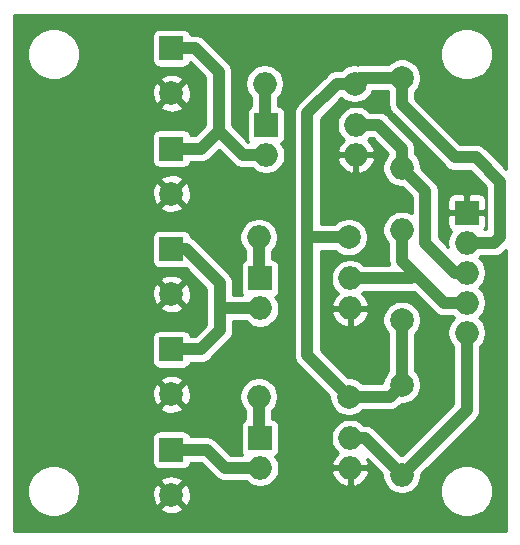
<source format=gbr>
%TF.GenerationSoftware,KiCad,Pcbnew,(5.1.10)-1*%
%TF.CreationDate,2022-01-14T08:13:24+01:00*%
%TF.ProjectId,SimpleGRBLEndSwich,53696d70-6c65-4475-9242-4c456e645377,rev?*%
%TF.SameCoordinates,PX4a62f80PY57bcf00*%
%TF.FileFunction,Copper,L2,Bot*%
%TF.FilePolarity,Positive*%
%FSLAX46Y46*%
G04 Gerber Fmt 4.6, Leading zero omitted, Abs format (unit mm)*
G04 Created by KiCad (PCBNEW (5.1.10)-1) date 2022-01-14 08:13:24*
%MOMM*%
%LPD*%
G01*
G04 APERTURE LIST*
%TA.AperFunction,ComponentPad*%
%ADD10O,2.000000X2.000000*%
%TD*%
%TA.AperFunction,ComponentPad*%
%ADD11R,2.000000X2.000000*%
%TD*%
%TA.AperFunction,ComponentPad*%
%ADD12C,2.000000*%
%TD*%
%TA.AperFunction,Conductor*%
%ADD13C,1.000000*%
%TD*%
%TA.AperFunction,Conductor*%
%ADD14C,0.254000*%
%TD*%
%TA.AperFunction,Conductor*%
%ADD15C,0.100000*%
%TD*%
G04 APERTURE END LIST*
D10*
%TO.P,U2,4*%
%TO.N,Net-(J6-Pad4)*%
X29120000Y22000000D03*
%TO.P,U2,2*%
%TO.N,Net-(J2-Pad1)*%
X21500000Y19460000D03*
%TO.P,U2,3*%
%TO.N,GND*%
X29120000Y19460000D03*
D11*
%TO.P,U2,1*%
%TO.N,Net-(R2-Pad2)*%
X21500000Y22000000D03*
%TD*%
D10*
%TO.P,U3,4*%
%TO.N,Net-(J6-Pad5)*%
X29120000Y8500000D03*
%TO.P,U3,2*%
%TO.N,Net-(J5-Pad1)*%
X21500000Y5960000D03*
%TO.P,U3,3*%
%TO.N,GND*%
X29120000Y5960000D03*
D11*
%TO.P,U3,1*%
%TO.N,Net-(R3-Pad2)*%
X21500000Y8500000D03*
%TD*%
D10*
%TO.P,U1,4*%
%TO.N,Net-(J6-Pad3)*%
X29620000Y35000000D03*
%TO.P,U1,2*%
%TO.N,Net-(J1-Pad1)*%
X22000000Y32460000D03*
%TO.P,U1,3*%
%TO.N,GND*%
X29620000Y32460000D03*
D11*
%TO.P,U1,1*%
%TO.N,Net-(R1-Pad2)*%
X22000000Y35000000D03*
%TD*%
D10*
%TO.P,R6,2*%
%TO.N,Net-(J6-Pad5)*%
X33500000Y5380000D03*
D12*
%TO.P,R6,1*%
%TO.N,+5V*%
X33500000Y13000000D03*
%TD*%
D10*
%TO.P,R5,2*%
%TO.N,Net-(J6-Pad4)*%
X33500000Y26120000D03*
D12*
%TO.P,R5,1*%
%TO.N,+5V*%
X33500000Y18500000D03*
%TD*%
D10*
%TO.P,R4,2*%
%TO.N,Net-(J6-Pad3)*%
X33500000Y31380000D03*
D12*
%TO.P,R4,1*%
%TO.N,+5V*%
X33500000Y39000000D03*
%TD*%
D10*
%TO.P,R3,2*%
%TO.N,Net-(R3-Pad2)*%
X21380000Y12000000D03*
D12*
%TO.P,R3,1*%
%TO.N,+5V*%
X29000000Y12000000D03*
%TD*%
D10*
%TO.P,R2,2*%
%TO.N,Net-(R2-Pad2)*%
X21380000Y25500000D03*
D12*
%TO.P,R2,1*%
%TO.N,+5V*%
X29000000Y25500000D03*
%TD*%
D10*
%TO.P,R1,2*%
%TO.N,Net-(R1-Pad2)*%
X21880000Y38500000D03*
D12*
%TO.P,R1,1*%
%TO.N,+5V*%
X29500000Y38500000D03*
%TD*%
D10*
%TO.P,J6,5*%
%TO.N,Net-(J6-Pad5)*%
X39000000Y17420000D03*
%TO.P,J6,4*%
%TO.N,Net-(J6-Pad4)*%
X39000000Y19960000D03*
%TO.P,J6,3*%
%TO.N,Net-(J6-Pad3)*%
X39000000Y22500000D03*
%TO.P,J6,2*%
%TO.N,+5V*%
X39000000Y25040000D03*
D11*
%TO.P,J6,1*%
%TO.N,GND*%
X39000000Y27580000D03*
%TD*%
D12*
%TO.P,J5,2*%
%TO.N,GND*%
X14000000Y3690000D03*
D11*
%TO.P,J5,1*%
%TO.N,Net-(J5-Pad1)*%
X14000000Y7500000D03*
%TD*%
D12*
%TO.P,J4,2*%
%TO.N,GND*%
X14000000Y12190000D03*
D11*
%TO.P,J4,1*%
%TO.N,Net-(J2-Pad1)*%
X14000000Y16000000D03*
%TD*%
D12*
%TO.P,J2,2*%
%TO.N,GND*%
X14000000Y29190000D03*
D11*
%TO.P,J2,1*%
%TO.N,Net-(J1-Pad1)*%
X14000000Y33000000D03*
%TD*%
D12*
%TO.P,J3,2*%
%TO.N,GND*%
X14000000Y20690000D03*
D11*
%TO.P,J3,1*%
%TO.N,Net-(J2-Pad1)*%
X14000000Y24500000D03*
%TD*%
D12*
%TO.P,J1,2*%
%TO.N,GND*%
X14000000Y37690000D03*
D11*
%TO.P,J1,1*%
%TO.N,Net-(J1-Pad1)*%
X14000000Y41500000D03*
%TD*%
D13*
%TO.N,Net-(J1-Pad1)*%
X14000000Y41500000D02*
X16000000Y41500000D01*
X16000000Y41500000D02*
X18000000Y39500000D01*
X18000000Y39500000D02*
X18000000Y34500000D01*
X20040000Y32460000D02*
X22000000Y32460000D01*
X18000000Y34500000D02*
X20040000Y32460000D01*
X16500000Y33000000D02*
X18000000Y34500000D01*
X14000000Y33000000D02*
X16500000Y33000000D01*
%TO.N,Net-(J2-Pad1)*%
X14000000Y24500000D02*
X15200000Y24500000D01*
X15200000Y24500000D02*
X18100000Y21600000D01*
X16500000Y16000000D02*
X14000000Y16000000D01*
X18100000Y17600000D02*
X16500000Y16000000D01*
X21460000Y19500000D02*
X21500000Y19460000D01*
X18100000Y19500000D02*
X21460000Y19500000D01*
X18100000Y21600000D02*
X18100000Y19500000D01*
X18100000Y19500000D02*
X18100000Y17600000D01*
%TO.N,Net-(J5-Pad1)*%
X14000000Y7500000D02*
X17000000Y7500000D01*
X18540000Y5960000D02*
X21500000Y5960000D01*
X17000000Y7500000D02*
X18540000Y5960000D01*
%TO.N,+5V*%
X30000000Y39000000D02*
X29500000Y38500000D01*
X33500000Y39000000D02*
X30000000Y39000000D01*
X32500000Y12000000D02*
X33500000Y13000000D01*
X29000000Y12000000D02*
X32500000Y12000000D01*
X33500000Y13000000D02*
X33500000Y18500000D01*
X29500000Y38500000D02*
X28000000Y38500000D01*
X28000000Y38500000D02*
X25500000Y36000000D01*
X25500000Y15500000D02*
X29000000Y12000000D01*
X29000000Y25500000D02*
X25750000Y25500000D01*
X25750000Y25500000D02*
X25500000Y25250000D01*
X25500000Y25250000D02*
X25500000Y15500000D01*
X25500000Y36000000D02*
X25500000Y25250000D01*
X38000000Y32250000D02*
X39750000Y32250000D01*
X33500000Y36750000D02*
X38000000Y32250000D01*
X33500000Y39000000D02*
X33500000Y36750000D01*
X39000000Y25040000D02*
X41340000Y25040000D01*
X41340000Y25040000D02*
X41800000Y25500000D01*
X41800000Y30200000D02*
X39750000Y32250000D01*
X41800000Y25500000D02*
X41800000Y30200000D01*
%TO.N,Net-(J6-Pad3)*%
X33240000Y31380000D02*
X33500000Y31380000D01*
X39000000Y22500000D02*
X38000000Y22500000D01*
X38000000Y22500000D02*
X35500000Y25000000D01*
X35500000Y29380000D02*
X33500000Y31380000D01*
X35500000Y25000000D02*
X35500000Y29380000D01*
X33500000Y31380000D02*
X33500000Y33000000D01*
X31500000Y35000000D02*
X29620000Y35000000D01*
X33500000Y33000000D02*
X31500000Y35000000D01*
%TO.N,Net-(R1-Pad2)*%
X21880000Y35120000D02*
X22000000Y35000000D01*
X21880000Y38500000D02*
X21880000Y35120000D01*
%TO.N,Net-(R2-Pad2)*%
X21380000Y22120000D02*
X21500000Y22000000D01*
X21380000Y25500000D02*
X21380000Y22120000D01*
%TO.N,Net-(R3-Pad2)*%
X21380000Y8620000D02*
X21500000Y8500000D01*
X21380000Y12000000D02*
X21380000Y8620000D01*
%TO.N,Net-(J6-Pad5)*%
X39000000Y10880000D02*
X33500000Y5380000D01*
X39000000Y17420000D02*
X39000000Y10880000D01*
X30380000Y8500000D02*
X33500000Y5380000D01*
X29120000Y8500000D02*
X30380000Y8500000D01*
%TO.N,Net-(J6-Pad4)*%
X39000000Y19960000D02*
X37040000Y19960000D01*
X33500000Y23500000D02*
X33500000Y26120000D01*
X34250000Y22000000D02*
X34625000Y22375000D01*
X29120000Y22000000D02*
X34250000Y22000000D01*
X34625000Y22375000D02*
X33500000Y23500000D01*
X37040000Y19960000D02*
X34625000Y22375000D01*
%TD*%
D14*
%TO.N,GND*%
X42340000Y31265132D02*
X40591996Y33013135D01*
X40556449Y33056449D01*
X40383623Y33198284D01*
X40186447Y33303676D01*
X39972499Y33368577D01*
X39805752Y33385000D01*
X39805751Y33385000D01*
X39750000Y33390491D01*
X39694249Y33385000D01*
X38470132Y33385000D01*
X34635000Y37220131D01*
X34635000Y37822761D01*
X34769987Y37957748D01*
X34948918Y38225537D01*
X35072168Y38523088D01*
X35135000Y38838967D01*
X35135000Y39161033D01*
X35072168Y39476912D01*
X34948918Y39774463D01*
X34769987Y40042252D01*
X34542252Y40269987D01*
X34274463Y40448918D01*
X33976912Y40572168D01*
X33661033Y40635000D01*
X33338967Y40635000D01*
X33023088Y40572168D01*
X32725537Y40448918D01*
X32457748Y40269987D01*
X32322761Y40135000D01*
X30055752Y40135000D01*
X30000000Y40140491D01*
X29944248Y40135000D01*
X29777501Y40118577D01*
X29764074Y40114504D01*
X29661033Y40135000D01*
X29338967Y40135000D01*
X29023088Y40072168D01*
X28725537Y39948918D01*
X28457748Y39769987D01*
X28322761Y39635000D01*
X28055751Y39635000D01*
X28000000Y39640491D01*
X27944248Y39635000D01*
X27777501Y39618577D01*
X27563553Y39553676D01*
X27366377Y39448284D01*
X27193551Y39306449D01*
X27158011Y39263143D01*
X24736865Y36841996D01*
X24693551Y36806449D01*
X24551716Y36633623D01*
X24454202Y36451185D01*
X24446324Y36436446D01*
X24381423Y36222498D01*
X24359509Y36000000D01*
X24365000Y35944248D01*
X24365001Y25305761D01*
X24359509Y25250000D01*
X24365000Y25194248D01*
X24365001Y15555761D01*
X24359509Y15500000D01*
X24381423Y15277502D01*
X24446324Y15063554D01*
X24495384Y14971770D01*
X24551717Y14866377D01*
X24693552Y14693551D01*
X24736860Y14658009D01*
X27365000Y12029868D01*
X27365000Y11838967D01*
X27427832Y11523088D01*
X27551082Y11225537D01*
X27730013Y10957748D01*
X27957748Y10730013D01*
X28225537Y10551082D01*
X28523088Y10427832D01*
X28838967Y10365000D01*
X29161033Y10365000D01*
X29476912Y10427832D01*
X29774463Y10551082D01*
X30042252Y10730013D01*
X30177239Y10865000D01*
X32444249Y10865000D01*
X32500000Y10859509D01*
X32555751Y10865000D01*
X32555752Y10865000D01*
X32722499Y10881423D01*
X32936447Y10946324D01*
X33133623Y11051716D01*
X33306449Y11193551D01*
X33341995Y11236864D01*
X33470131Y11365000D01*
X33661033Y11365000D01*
X33976912Y11427832D01*
X34274463Y11551082D01*
X34542252Y11730013D01*
X34769987Y11957748D01*
X34948918Y12225537D01*
X35072168Y12523088D01*
X35135000Y12838967D01*
X35135000Y13161033D01*
X35072168Y13476912D01*
X34948918Y13774463D01*
X34769987Y14042252D01*
X34635000Y14177239D01*
X34635000Y17322761D01*
X34769987Y17457748D01*
X34948918Y17725537D01*
X35072168Y18023088D01*
X35135000Y18338967D01*
X35135000Y18661033D01*
X35072168Y18976912D01*
X34948918Y19274463D01*
X34769987Y19542252D01*
X34542252Y19769987D01*
X34274463Y19948918D01*
X33976912Y20072168D01*
X33661033Y20135000D01*
X33338967Y20135000D01*
X33023088Y20072168D01*
X32725537Y19948918D01*
X32457748Y19769987D01*
X32230013Y19542252D01*
X32051082Y19274463D01*
X31927832Y18976912D01*
X31865000Y18661033D01*
X31865000Y18338967D01*
X31927832Y18023088D01*
X32051082Y17725537D01*
X32230013Y17457748D01*
X32365001Y17322760D01*
X32365000Y14177239D01*
X32230013Y14042252D01*
X32051082Y13774463D01*
X31927832Y13476912D01*
X31865000Y13161033D01*
X31865000Y13135000D01*
X30177239Y13135000D01*
X30042252Y13269987D01*
X29774463Y13448918D01*
X29476912Y13572168D01*
X29161033Y13635000D01*
X28970132Y13635000D01*
X26635000Y15970131D01*
X26635000Y19079566D01*
X27529876Y19079566D01*
X27586498Y18892893D01*
X27726601Y18604618D01*
X27920252Y18349215D01*
X28160008Y18136499D01*
X28436656Y17974644D01*
X28739565Y17869871D01*
X28993000Y17988685D01*
X28993000Y19333000D01*
X29247000Y19333000D01*
X29247000Y17988685D01*
X29500435Y17869871D01*
X29803344Y17974644D01*
X30079992Y18136499D01*
X30319748Y18349215D01*
X30513399Y18604618D01*
X30653502Y18892893D01*
X30710124Y19079566D01*
X30590777Y19333000D01*
X29247000Y19333000D01*
X28993000Y19333000D01*
X27649223Y19333000D01*
X27529876Y19079566D01*
X26635000Y19079566D01*
X26635000Y24365000D01*
X27822761Y24365000D01*
X27957748Y24230013D01*
X28225537Y24051082D01*
X28523088Y23927832D01*
X28838967Y23865000D01*
X29161033Y23865000D01*
X29476912Y23927832D01*
X29774463Y24051082D01*
X30042252Y24230013D01*
X30269987Y24457748D01*
X30448918Y24725537D01*
X30572168Y25023088D01*
X30635000Y25338967D01*
X30635000Y25661033D01*
X30572168Y25976912D01*
X30448918Y26274463D01*
X30269987Y26542252D01*
X30042252Y26769987D01*
X29774463Y26948918D01*
X29476912Y27072168D01*
X29161033Y27135000D01*
X28838967Y27135000D01*
X28523088Y27072168D01*
X28225537Y26948918D01*
X27957748Y26769987D01*
X27822761Y26635000D01*
X26635000Y26635000D01*
X26635000Y32079566D01*
X28029876Y32079566D01*
X28086498Y31892893D01*
X28226601Y31604618D01*
X28420252Y31349215D01*
X28660008Y31136499D01*
X28936656Y30974644D01*
X29239565Y30869871D01*
X29493000Y30988685D01*
X29493000Y32333000D01*
X29747000Y32333000D01*
X29747000Y30988685D01*
X30000435Y30869871D01*
X30303344Y30974644D01*
X30579992Y31136499D01*
X30819748Y31349215D01*
X31013399Y31604618D01*
X31153502Y31892893D01*
X31210124Y32079566D01*
X31090777Y32333000D01*
X29747000Y32333000D01*
X29493000Y32333000D01*
X28149223Y32333000D01*
X28029876Y32079566D01*
X26635000Y32079566D01*
X26635000Y35529869D01*
X28396446Y37291315D01*
X28457748Y37230013D01*
X28725537Y37051082D01*
X29023088Y36927832D01*
X29338967Y36865000D01*
X29661033Y36865000D01*
X29976912Y36927832D01*
X30274463Y37051082D01*
X30542252Y37230013D01*
X30769987Y37457748D01*
X30948918Y37725537D01*
X31006686Y37865000D01*
X32322761Y37865000D01*
X32365001Y37822760D01*
X32365001Y36805761D01*
X32359509Y36750000D01*
X32381423Y36527502D01*
X32446324Y36313554D01*
X32469611Y36269987D01*
X32551717Y36116377D01*
X32693552Y35943551D01*
X32736860Y35908009D01*
X37158009Y31486859D01*
X37193551Y31443551D01*
X37366377Y31301716D01*
X37521191Y31218967D01*
X37563553Y31196324D01*
X37777501Y31131423D01*
X37999999Y31109509D01*
X38055751Y31115000D01*
X39279869Y31115000D01*
X40665001Y29729867D01*
X40665000Y26175000D01*
X40489088Y26175000D01*
X40530537Y26225506D01*
X40589502Y26335820D01*
X40625812Y26455518D01*
X40638072Y26580000D01*
X40635000Y27294250D01*
X40476250Y27453000D01*
X39127000Y27453000D01*
X39127000Y27433000D01*
X38873000Y27433000D01*
X38873000Y27453000D01*
X37523750Y27453000D01*
X37365000Y27294250D01*
X37361928Y26580000D01*
X37374188Y26455518D01*
X37410498Y26335820D01*
X37469463Y26225506D01*
X37548815Y26128815D01*
X37645506Y26049463D01*
X37691630Y26024809D01*
X37551082Y25814463D01*
X37427832Y25516912D01*
X37365000Y25201033D01*
X37365000Y24878967D01*
X37399473Y24705658D01*
X36635000Y25470131D01*
X36635000Y28580000D01*
X37361928Y28580000D01*
X37365000Y27865750D01*
X37523750Y27707000D01*
X38873000Y27707000D01*
X38873000Y29056250D01*
X39127000Y29056250D01*
X39127000Y27707000D01*
X40476250Y27707000D01*
X40635000Y27865750D01*
X40638072Y28580000D01*
X40625812Y28704482D01*
X40589502Y28824180D01*
X40530537Y28934494D01*
X40451185Y29031185D01*
X40354494Y29110537D01*
X40244180Y29169502D01*
X40124482Y29205812D01*
X40000000Y29218072D01*
X39285750Y29215000D01*
X39127000Y29056250D01*
X38873000Y29056250D01*
X38714250Y29215000D01*
X38000000Y29218072D01*
X37875518Y29205812D01*
X37755820Y29169502D01*
X37645506Y29110537D01*
X37548815Y29031185D01*
X37469463Y28934494D01*
X37410498Y28824180D01*
X37374188Y28704482D01*
X37361928Y28580000D01*
X36635000Y28580000D01*
X36635000Y29324249D01*
X36640491Y29380001D01*
X36618577Y29602500D01*
X36575349Y29745000D01*
X36553676Y29816447D01*
X36448284Y30013623D01*
X36306449Y30186449D01*
X36263141Y30221991D01*
X35135000Y31350131D01*
X35135000Y31541033D01*
X35072168Y31856912D01*
X34948918Y32154463D01*
X34769987Y32422252D01*
X34635000Y32557239D01*
X34635000Y32944249D01*
X34640491Y33000001D01*
X34618577Y33222500D01*
X34569282Y33385000D01*
X34553676Y33436447D01*
X34448284Y33633623D01*
X34306449Y33806449D01*
X34263141Y33841991D01*
X32341996Y35763135D01*
X32306449Y35806449D01*
X32133623Y35948284D01*
X31936447Y36053676D01*
X31722499Y36118577D01*
X31555752Y36135000D01*
X31555751Y36135000D01*
X31500000Y36140491D01*
X31444249Y36135000D01*
X30797239Y36135000D01*
X30662252Y36269987D01*
X30394463Y36448918D01*
X30096912Y36572168D01*
X29781033Y36635000D01*
X29458967Y36635000D01*
X29143088Y36572168D01*
X28845537Y36448918D01*
X28577748Y36269987D01*
X28350013Y36042252D01*
X28171082Y35774463D01*
X28047832Y35476912D01*
X27985000Y35161033D01*
X27985000Y34838967D01*
X28047832Y34523088D01*
X28171082Y34225537D01*
X28350013Y33957748D01*
X28577748Y33730013D01*
X28590282Y33721638D01*
X28420252Y33570785D01*
X28226601Y33315382D01*
X28086498Y33027107D01*
X28029876Y32840434D01*
X28149223Y32587000D01*
X29493000Y32587000D01*
X29493000Y32607000D01*
X29747000Y32607000D01*
X29747000Y32587000D01*
X31090777Y32587000D01*
X31210124Y32840434D01*
X31153502Y33027107D01*
X31013399Y33315382D01*
X30819748Y33570785D01*
X30649718Y33721638D01*
X30662252Y33730013D01*
X30797239Y33865000D01*
X31029869Y33865000D01*
X32351315Y32543554D01*
X32230013Y32422252D01*
X32051082Y32154463D01*
X31927832Y31856912D01*
X31865000Y31541033D01*
X31865000Y31218967D01*
X31927832Y30903088D01*
X32051082Y30605537D01*
X32230013Y30337748D01*
X32457748Y30110013D01*
X32725537Y29931082D01*
X33023088Y29807832D01*
X33338967Y29745000D01*
X33529869Y29745000D01*
X34365001Y28909867D01*
X34365001Y27508423D01*
X34274463Y27568918D01*
X33976912Y27692168D01*
X33661033Y27755000D01*
X33338967Y27755000D01*
X33023088Y27692168D01*
X32725537Y27568918D01*
X32457748Y27389987D01*
X32230013Y27162252D01*
X32051082Y26894463D01*
X31927832Y26596912D01*
X31865000Y26281033D01*
X31865000Y25958967D01*
X31927832Y25643088D01*
X32051082Y25345537D01*
X32230013Y25077748D01*
X32365001Y24942760D01*
X32365000Y23555752D01*
X32359509Y23500000D01*
X32365000Y23444249D01*
X32381423Y23277502D01*
X32424651Y23135000D01*
X30297239Y23135000D01*
X30162252Y23269987D01*
X29894463Y23448918D01*
X29596912Y23572168D01*
X29281033Y23635000D01*
X28958967Y23635000D01*
X28643088Y23572168D01*
X28345537Y23448918D01*
X28077748Y23269987D01*
X27850013Y23042252D01*
X27671082Y22774463D01*
X27547832Y22476912D01*
X27485000Y22161033D01*
X27485000Y21838967D01*
X27547832Y21523088D01*
X27671082Y21225537D01*
X27850013Y20957748D01*
X28077748Y20730013D01*
X28090282Y20721638D01*
X27920252Y20570785D01*
X27726601Y20315382D01*
X27586498Y20027107D01*
X27529876Y19840434D01*
X27649223Y19587000D01*
X28993000Y19587000D01*
X28993000Y19607000D01*
X29247000Y19607000D01*
X29247000Y19587000D01*
X30590777Y19587000D01*
X30710124Y19840434D01*
X30653502Y20027107D01*
X30513399Y20315382D01*
X30319748Y20570785D01*
X30149718Y20721638D01*
X30162252Y20730013D01*
X30297239Y20865000D01*
X34194249Y20865000D01*
X34250000Y20859509D01*
X34305751Y20865000D01*
X34305752Y20865000D01*
X34472499Y20881423D01*
X34503916Y20890953D01*
X36198009Y19196859D01*
X36233551Y19153551D01*
X36391954Y19023553D01*
X36406377Y19011716D01*
X36603553Y18906324D01*
X36817501Y18841423D01*
X37040000Y18819509D01*
X37095752Y18825000D01*
X37822761Y18825000D01*
X37957748Y18690013D01*
X37957767Y18690000D01*
X37957748Y18689987D01*
X37730013Y18462252D01*
X37551082Y18194463D01*
X37427832Y17896912D01*
X37365000Y17581033D01*
X37365000Y17258967D01*
X37427832Y16943088D01*
X37551082Y16645537D01*
X37730013Y16377748D01*
X37865000Y16242761D01*
X37865001Y11350134D01*
X33529869Y7015000D01*
X33470132Y7015000D01*
X31221996Y9263135D01*
X31186449Y9306449D01*
X31013623Y9448284D01*
X30816447Y9553676D01*
X30602499Y9618577D01*
X30435752Y9635000D01*
X30435751Y9635000D01*
X30380000Y9640491D01*
X30324249Y9635000D01*
X30297239Y9635000D01*
X30162252Y9769987D01*
X29894463Y9948918D01*
X29596912Y10072168D01*
X29281033Y10135000D01*
X28958967Y10135000D01*
X28643088Y10072168D01*
X28345537Y9948918D01*
X28077748Y9769987D01*
X27850013Y9542252D01*
X27671082Y9274463D01*
X27547832Y8976912D01*
X27485000Y8661033D01*
X27485000Y8338967D01*
X27547832Y8023088D01*
X27671082Y7725537D01*
X27850013Y7457748D01*
X28077748Y7230013D01*
X28090282Y7221638D01*
X27920252Y7070785D01*
X27726601Y6815382D01*
X27586498Y6527107D01*
X27529876Y6340434D01*
X27649223Y6087000D01*
X28993000Y6087000D01*
X28993000Y6107000D01*
X29247000Y6107000D01*
X29247000Y6087000D01*
X30590777Y6087000D01*
X30710124Y6340434D01*
X30653502Y6527107D01*
X30564375Y6710493D01*
X31865000Y5409868D01*
X31865000Y5218967D01*
X31927832Y4903088D01*
X32051082Y4605537D01*
X32230013Y4337748D01*
X32457748Y4110013D01*
X32725537Y3931082D01*
X33023088Y3807832D01*
X33338967Y3745000D01*
X33661033Y3745000D01*
X33976912Y3807832D01*
X34274463Y3931082D01*
X34542252Y4110013D01*
X34652367Y4220128D01*
X36765000Y4220128D01*
X36765000Y3779872D01*
X36850890Y3348075D01*
X37019369Y2941331D01*
X37263962Y2575271D01*
X37575271Y2263962D01*
X37941331Y2019369D01*
X38348075Y1850890D01*
X38779872Y1765000D01*
X39220128Y1765000D01*
X39651925Y1850890D01*
X40058669Y2019369D01*
X40424729Y2263962D01*
X40736038Y2575271D01*
X40980631Y2941331D01*
X41149110Y3348075D01*
X41235000Y3779872D01*
X41235000Y4220128D01*
X41149110Y4651925D01*
X40980631Y5058669D01*
X40736038Y5424729D01*
X40424729Y5736038D01*
X40058669Y5980631D01*
X39651925Y6149110D01*
X39220128Y6235000D01*
X38779872Y6235000D01*
X38348075Y6149110D01*
X37941331Y5980631D01*
X37575271Y5736038D01*
X37263962Y5424729D01*
X37019369Y5058669D01*
X36850890Y4651925D01*
X36765000Y4220128D01*
X34652367Y4220128D01*
X34769987Y4337748D01*
X34948918Y4605537D01*
X35072168Y4903088D01*
X35135000Y5218967D01*
X35135000Y5409869D01*
X39763146Y10038013D01*
X39806449Y10073551D01*
X39948284Y10246377D01*
X40053676Y10443553D01*
X40118577Y10657501D01*
X40135000Y10824248D01*
X40140491Y10880000D01*
X40135000Y10935752D01*
X40135000Y16242761D01*
X40269987Y16377748D01*
X40448918Y16645537D01*
X40572168Y16943088D01*
X40635000Y17258967D01*
X40635000Y17581033D01*
X40572168Y17896912D01*
X40448918Y18194463D01*
X40269987Y18462252D01*
X40042252Y18689987D01*
X40042233Y18690000D01*
X40042252Y18690013D01*
X40269987Y18917748D01*
X40448918Y19185537D01*
X40572168Y19483088D01*
X40635000Y19798967D01*
X40635000Y20121033D01*
X40572168Y20436912D01*
X40448918Y20734463D01*
X40269987Y21002252D01*
X40042252Y21229987D01*
X40042233Y21230000D01*
X40042252Y21230013D01*
X40269987Y21457748D01*
X40448918Y21725537D01*
X40572168Y22023088D01*
X40635000Y22338967D01*
X40635000Y22661033D01*
X40572168Y22976912D01*
X40448918Y23274463D01*
X40269987Y23542252D01*
X40042252Y23769987D01*
X40042233Y23770000D01*
X40042252Y23770013D01*
X40177239Y23905000D01*
X41284249Y23905000D01*
X41340000Y23899509D01*
X41395751Y23905000D01*
X41395752Y23905000D01*
X41562499Y23921423D01*
X41776447Y23986324D01*
X41973623Y24091716D01*
X42146449Y24233551D01*
X42181996Y24276865D01*
X42340000Y24434869D01*
X42340001Y660000D01*
X660000Y660000D01*
X660000Y4220128D01*
X1765000Y4220128D01*
X1765000Y3779872D01*
X1850890Y3348075D01*
X2019369Y2941331D01*
X2263962Y2575271D01*
X2575271Y2263962D01*
X2941331Y2019369D01*
X3348075Y1850890D01*
X3779872Y1765000D01*
X4220128Y1765000D01*
X4651925Y1850890D01*
X5058669Y2019369D01*
X5424729Y2263962D01*
X5715354Y2554587D01*
X13044192Y2554587D01*
X13139956Y2290186D01*
X13429571Y2149296D01*
X13741108Y2067616D01*
X14062595Y2048282D01*
X14381675Y2092039D01*
X14686088Y2197205D01*
X14860044Y2290186D01*
X14955808Y2554587D01*
X14000000Y3510395D01*
X13044192Y2554587D01*
X5715354Y2554587D01*
X5736038Y2575271D01*
X5980631Y2941331D01*
X6149110Y3348075D01*
X6204672Y3627405D01*
X12358282Y3627405D01*
X12402039Y3308325D01*
X12507205Y3003912D01*
X12600186Y2829956D01*
X12864587Y2734192D01*
X13820395Y3690000D01*
X14179605Y3690000D01*
X15135413Y2734192D01*
X15399814Y2829956D01*
X15540704Y3119571D01*
X15622384Y3431108D01*
X15641718Y3752595D01*
X15597961Y4071675D01*
X15492795Y4376088D01*
X15399814Y4550044D01*
X15135413Y4645808D01*
X14179605Y3690000D01*
X13820395Y3690000D01*
X12864587Y4645808D01*
X12600186Y4550044D01*
X12459296Y4260429D01*
X12377616Y3948892D01*
X12358282Y3627405D01*
X6204672Y3627405D01*
X6235000Y3779872D01*
X6235000Y4220128D01*
X6149110Y4651925D01*
X6077249Y4825413D01*
X13044192Y4825413D01*
X14000000Y3869605D01*
X14955808Y4825413D01*
X14860044Y5089814D01*
X14570429Y5230704D01*
X14258892Y5312384D01*
X13937405Y5331718D01*
X13618325Y5287961D01*
X13313912Y5182795D01*
X13139956Y5089814D01*
X13044192Y4825413D01*
X6077249Y4825413D01*
X5980631Y5058669D01*
X5736038Y5424729D01*
X5424729Y5736038D01*
X5058669Y5980631D01*
X4651925Y6149110D01*
X4220128Y6235000D01*
X3779872Y6235000D01*
X3348075Y6149110D01*
X2941331Y5980631D01*
X2575271Y5736038D01*
X2263962Y5424729D01*
X2019369Y5058669D01*
X1850890Y4651925D01*
X1765000Y4220128D01*
X660000Y4220128D01*
X660000Y8500000D01*
X12361928Y8500000D01*
X12361928Y6500000D01*
X12374188Y6375518D01*
X12410498Y6255820D01*
X12469463Y6145506D01*
X12548815Y6048815D01*
X12645506Y5969463D01*
X12755820Y5910498D01*
X12875518Y5874188D01*
X13000000Y5861928D01*
X15000000Y5861928D01*
X15124482Y5874188D01*
X15244180Y5910498D01*
X15354494Y5969463D01*
X15451185Y6048815D01*
X15530537Y6145506D01*
X15589502Y6255820D01*
X15622621Y6365000D01*
X16529869Y6365000D01*
X17698009Y5196860D01*
X17733551Y5153551D01*
X17811215Y5089814D01*
X17906377Y5011716D01*
X18103553Y4906324D01*
X18317501Y4841423D01*
X18540000Y4819509D01*
X18595752Y4825000D01*
X20322761Y4825000D01*
X20457748Y4690013D01*
X20725537Y4511082D01*
X21023088Y4387832D01*
X21338967Y4325000D01*
X21661033Y4325000D01*
X21976912Y4387832D01*
X22274463Y4511082D01*
X22542252Y4690013D01*
X22769987Y4917748D01*
X22948918Y5185537D01*
X23072168Y5483088D01*
X23091358Y5579566D01*
X27529876Y5579566D01*
X27586498Y5392893D01*
X27726601Y5104618D01*
X27920252Y4849215D01*
X28160008Y4636499D01*
X28436656Y4474644D01*
X28739565Y4369871D01*
X28993000Y4488685D01*
X28993000Y5833000D01*
X29247000Y5833000D01*
X29247000Y4488685D01*
X29500435Y4369871D01*
X29803344Y4474644D01*
X30079992Y4636499D01*
X30319748Y4849215D01*
X30513399Y5104618D01*
X30653502Y5392893D01*
X30710124Y5579566D01*
X30590777Y5833000D01*
X29247000Y5833000D01*
X28993000Y5833000D01*
X27649223Y5833000D01*
X27529876Y5579566D01*
X23091358Y5579566D01*
X23135000Y5798967D01*
X23135000Y6121033D01*
X23072168Y6436912D01*
X22948918Y6734463D01*
X22808370Y6944809D01*
X22854494Y6969463D01*
X22951185Y7048815D01*
X23030537Y7145506D01*
X23089502Y7255820D01*
X23125812Y7375518D01*
X23138072Y7500000D01*
X23138072Y9500000D01*
X23125812Y9624482D01*
X23089502Y9744180D01*
X23030537Y9854494D01*
X22951185Y9951185D01*
X22854494Y10030537D01*
X22744180Y10089502D01*
X22624482Y10125812D01*
X22515000Y10136595D01*
X22515000Y10822761D01*
X22649987Y10957748D01*
X22828918Y11225537D01*
X22952168Y11523088D01*
X23015000Y11838967D01*
X23015000Y12161033D01*
X22952168Y12476912D01*
X22828918Y12774463D01*
X22649987Y13042252D01*
X22422252Y13269987D01*
X22154463Y13448918D01*
X21856912Y13572168D01*
X21541033Y13635000D01*
X21218967Y13635000D01*
X20903088Y13572168D01*
X20605537Y13448918D01*
X20337748Y13269987D01*
X20110013Y13042252D01*
X19931082Y12774463D01*
X19807832Y12476912D01*
X19745000Y12161033D01*
X19745000Y11838967D01*
X19807832Y11523088D01*
X19931082Y11225537D01*
X20110013Y10957748D01*
X20245000Y10822761D01*
X20245001Y10083719D01*
X20145506Y10030537D01*
X20048815Y9951185D01*
X19969463Y9854494D01*
X19910498Y9744180D01*
X19874188Y9624482D01*
X19861928Y9500000D01*
X19861928Y7500000D01*
X19874188Y7375518D01*
X19910498Y7255820D01*
X19969463Y7145506D01*
X20010912Y7095000D01*
X19010132Y7095000D01*
X17841996Y8263135D01*
X17806449Y8306449D01*
X17633623Y8448284D01*
X17436447Y8553676D01*
X17222499Y8618577D01*
X17055752Y8635000D01*
X17055751Y8635000D01*
X17000000Y8640491D01*
X16944249Y8635000D01*
X15622621Y8635000D01*
X15589502Y8744180D01*
X15530537Y8854494D01*
X15451185Y8951185D01*
X15354494Y9030537D01*
X15244180Y9089502D01*
X15124482Y9125812D01*
X15000000Y9138072D01*
X13000000Y9138072D01*
X12875518Y9125812D01*
X12755820Y9089502D01*
X12645506Y9030537D01*
X12548815Y8951185D01*
X12469463Y8854494D01*
X12410498Y8744180D01*
X12374188Y8624482D01*
X12361928Y8500000D01*
X660000Y8500000D01*
X660000Y11054587D01*
X13044192Y11054587D01*
X13139956Y10790186D01*
X13429571Y10649296D01*
X13741108Y10567616D01*
X14062595Y10548282D01*
X14381675Y10592039D01*
X14686088Y10697205D01*
X14860044Y10790186D01*
X14955808Y11054587D01*
X14000000Y12010395D01*
X13044192Y11054587D01*
X660000Y11054587D01*
X660000Y12127405D01*
X12358282Y12127405D01*
X12402039Y11808325D01*
X12507205Y11503912D01*
X12600186Y11329956D01*
X12864587Y11234192D01*
X13820395Y12190000D01*
X14179605Y12190000D01*
X15135413Y11234192D01*
X15399814Y11329956D01*
X15540704Y11619571D01*
X15622384Y11931108D01*
X15641718Y12252595D01*
X15597961Y12571675D01*
X15492795Y12876088D01*
X15399814Y13050044D01*
X15135413Y13145808D01*
X14179605Y12190000D01*
X13820395Y12190000D01*
X12864587Y13145808D01*
X12600186Y13050044D01*
X12459296Y12760429D01*
X12377616Y12448892D01*
X12358282Y12127405D01*
X660000Y12127405D01*
X660000Y13325413D01*
X13044192Y13325413D01*
X14000000Y12369605D01*
X14955808Y13325413D01*
X14860044Y13589814D01*
X14570429Y13730704D01*
X14258892Y13812384D01*
X13937405Y13831718D01*
X13618325Y13787961D01*
X13313912Y13682795D01*
X13139956Y13589814D01*
X13044192Y13325413D01*
X660000Y13325413D01*
X660000Y19554587D01*
X13044192Y19554587D01*
X13139956Y19290186D01*
X13429571Y19149296D01*
X13741108Y19067616D01*
X14062595Y19048282D01*
X14381675Y19092039D01*
X14686088Y19197205D01*
X14860044Y19290186D01*
X14955808Y19554587D01*
X14000000Y20510395D01*
X13044192Y19554587D01*
X660000Y19554587D01*
X660000Y20627405D01*
X12358282Y20627405D01*
X12402039Y20308325D01*
X12507205Y20003912D01*
X12600186Y19829956D01*
X12864587Y19734192D01*
X13820395Y20690000D01*
X14179605Y20690000D01*
X15135413Y19734192D01*
X15399814Y19829956D01*
X15540704Y20119571D01*
X15622384Y20431108D01*
X15641718Y20752595D01*
X15597961Y21071675D01*
X15492795Y21376088D01*
X15399814Y21550044D01*
X15135413Y21645808D01*
X14179605Y20690000D01*
X13820395Y20690000D01*
X12864587Y21645808D01*
X12600186Y21550044D01*
X12459296Y21260429D01*
X12377616Y20948892D01*
X12358282Y20627405D01*
X660000Y20627405D01*
X660000Y21825413D01*
X13044192Y21825413D01*
X14000000Y20869605D01*
X14955808Y21825413D01*
X14860044Y22089814D01*
X14570429Y22230704D01*
X14258892Y22312384D01*
X13937405Y22331718D01*
X13618325Y22287961D01*
X13313912Y22182795D01*
X13139956Y22089814D01*
X13044192Y21825413D01*
X660000Y21825413D01*
X660000Y25500000D01*
X12361928Y25500000D01*
X12361928Y23500000D01*
X12374188Y23375518D01*
X12410498Y23255820D01*
X12469463Y23145506D01*
X12548815Y23048815D01*
X12645506Y22969463D01*
X12755820Y22910498D01*
X12875518Y22874188D01*
X13000000Y22861928D01*
X15000000Y22861928D01*
X15124482Y22874188D01*
X15198291Y22896578D01*
X16965000Y21129868D01*
X16965001Y19555761D01*
X16959509Y19500000D01*
X16965000Y19444248D01*
X16965001Y18070133D01*
X16029869Y17135000D01*
X15622621Y17135000D01*
X15589502Y17244180D01*
X15530537Y17354494D01*
X15451185Y17451185D01*
X15354494Y17530537D01*
X15244180Y17589502D01*
X15124482Y17625812D01*
X15000000Y17638072D01*
X13000000Y17638072D01*
X12875518Y17625812D01*
X12755820Y17589502D01*
X12645506Y17530537D01*
X12548815Y17451185D01*
X12469463Y17354494D01*
X12410498Y17244180D01*
X12374188Y17124482D01*
X12361928Y17000000D01*
X12361928Y15000000D01*
X12374188Y14875518D01*
X12410498Y14755820D01*
X12469463Y14645506D01*
X12548815Y14548815D01*
X12645506Y14469463D01*
X12755820Y14410498D01*
X12875518Y14374188D01*
X13000000Y14361928D01*
X15000000Y14361928D01*
X15124482Y14374188D01*
X15244180Y14410498D01*
X15354494Y14469463D01*
X15451185Y14548815D01*
X15530537Y14645506D01*
X15589502Y14755820D01*
X15622621Y14865000D01*
X16444249Y14865000D01*
X16500000Y14859509D01*
X16555751Y14865000D01*
X16555752Y14865000D01*
X16722499Y14881423D01*
X16936447Y14946324D01*
X17133623Y15051716D01*
X17306449Y15193551D01*
X17341995Y15236864D01*
X18863146Y16758013D01*
X18906449Y16793551D01*
X19048284Y16966377D01*
X19153676Y17163553D01*
X19218577Y17377501D01*
X19235000Y17544248D01*
X19240491Y17600000D01*
X19235000Y17655752D01*
X19235000Y18365000D01*
X20282761Y18365000D01*
X20457748Y18190013D01*
X20725537Y18011082D01*
X21023088Y17887832D01*
X21338967Y17825000D01*
X21661033Y17825000D01*
X21976912Y17887832D01*
X22274463Y18011082D01*
X22542252Y18190013D01*
X22769987Y18417748D01*
X22948918Y18685537D01*
X23072168Y18983088D01*
X23135000Y19298967D01*
X23135000Y19621033D01*
X23072168Y19936912D01*
X22948918Y20234463D01*
X22808370Y20444809D01*
X22854494Y20469463D01*
X22951185Y20548815D01*
X23030537Y20645506D01*
X23089502Y20755820D01*
X23125812Y20875518D01*
X23138072Y21000000D01*
X23138072Y23000000D01*
X23125812Y23124482D01*
X23089502Y23244180D01*
X23030537Y23354494D01*
X22951185Y23451185D01*
X22854494Y23530537D01*
X22744180Y23589502D01*
X22624482Y23625812D01*
X22515000Y23636595D01*
X22515000Y24322761D01*
X22649987Y24457748D01*
X22828918Y24725537D01*
X22952168Y25023088D01*
X23015000Y25338967D01*
X23015000Y25661033D01*
X22952168Y25976912D01*
X22828918Y26274463D01*
X22649987Y26542252D01*
X22422252Y26769987D01*
X22154463Y26948918D01*
X21856912Y27072168D01*
X21541033Y27135000D01*
X21218967Y27135000D01*
X20903088Y27072168D01*
X20605537Y26948918D01*
X20337748Y26769987D01*
X20110013Y26542252D01*
X19931082Y26274463D01*
X19807832Y25976912D01*
X19745000Y25661033D01*
X19745000Y25338967D01*
X19807832Y25023088D01*
X19931082Y24725537D01*
X20110013Y24457748D01*
X20245000Y24322761D01*
X20245001Y23583719D01*
X20145506Y23530537D01*
X20048815Y23451185D01*
X19969463Y23354494D01*
X19910498Y23244180D01*
X19874188Y23124482D01*
X19861928Y23000000D01*
X19861928Y21000000D01*
X19874188Y20875518D01*
X19910498Y20755820D01*
X19969463Y20645506D01*
X19978085Y20635000D01*
X19235000Y20635000D01*
X19235000Y21544259D01*
X19240490Y21600001D01*
X19235000Y21655743D01*
X19235000Y21655752D01*
X19218577Y21822499D01*
X19153676Y22036447D01*
X19048284Y22233623D01*
X18906449Y22406449D01*
X18863141Y22441991D01*
X16041996Y25263135D01*
X16006449Y25306449D01*
X15833623Y25448284D01*
X15636447Y25553676D01*
X15632673Y25554821D01*
X15625812Y25624482D01*
X15589502Y25744180D01*
X15530537Y25854494D01*
X15451185Y25951185D01*
X15354494Y26030537D01*
X15244180Y26089502D01*
X15124482Y26125812D01*
X15000000Y26138072D01*
X13000000Y26138072D01*
X12875518Y26125812D01*
X12755820Y26089502D01*
X12645506Y26030537D01*
X12548815Y25951185D01*
X12469463Y25854494D01*
X12410498Y25744180D01*
X12374188Y25624482D01*
X12361928Y25500000D01*
X660000Y25500000D01*
X660000Y28054587D01*
X13044192Y28054587D01*
X13139956Y27790186D01*
X13429571Y27649296D01*
X13741108Y27567616D01*
X14062595Y27548282D01*
X14381675Y27592039D01*
X14686088Y27697205D01*
X14860044Y27790186D01*
X14955808Y28054587D01*
X14000000Y29010395D01*
X13044192Y28054587D01*
X660000Y28054587D01*
X660000Y29127405D01*
X12358282Y29127405D01*
X12402039Y28808325D01*
X12507205Y28503912D01*
X12600186Y28329956D01*
X12864587Y28234192D01*
X13820395Y29190000D01*
X14179605Y29190000D01*
X15135413Y28234192D01*
X15399814Y28329956D01*
X15540704Y28619571D01*
X15622384Y28931108D01*
X15641718Y29252595D01*
X15597961Y29571675D01*
X15492795Y29876088D01*
X15399814Y30050044D01*
X15135413Y30145808D01*
X14179605Y29190000D01*
X13820395Y29190000D01*
X12864587Y30145808D01*
X12600186Y30050044D01*
X12459296Y29760429D01*
X12377616Y29448892D01*
X12358282Y29127405D01*
X660000Y29127405D01*
X660000Y30325413D01*
X13044192Y30325413D01*
X14000000Y29369605D01*
X14955808Y30325413D01*
X14860044Y30589814D01*
X14570429Y30730704D01*
X14258892Y30812384D01*
X13937405Y30831718D01*
X13618325Y30787961D01*
X13313912Y30682795D01*
X13139956Y30589814D01*
X13044192Y30325413D01*
X660000Y30325413D01*
X660000Y36554587D01*
X13044192Y36554587D01*
X13139956Y36290186D01*
X13429571Y36149296D01*
X13741108Y36067616D01*
X14062595Y36048282D01*
X14381675Y36092039D01*
X14686088Y36197205D01*
X14860044Y36290186D01*
X14955808Y36554587D01*
X14000000Y37510395D01*
X13044192Y36554587D01*
X660000Y36554587D01*
X660000Y37627405D01*
X12358282Y37627405D01*
X12402039Y37308325D01*
X12507205Y37003912D01*
X12600186Y36829956D01*
X12864587Y36734192D01*
X13820395Y37690000D01*
X14179605Y37690000D01*
X15135413Y36734192D01*
X15399814Y36829956D01*
X15540704Y37119571D01*
X15622384Y37431108D01*
X15641718Y37752595D01*
X15597961Y38071675D01*
X15492795Y38376088D01*
X15399814Y38550044D01*
X15135413Y38645808D01*
X14179605Y37690000D01*
X13820395Y37690000D01*
X12864587Y38645808D01*
X12600186Y38550044D01*
X12459296Y38260429D01*
X12377616Y37948892D01*
X12358282Y37627405D01*
X660000Y37627405D01*
X660000Y41220128D01*
X1765000Y41220128D01*
X1765000Y40779872D01*
X1850890Y40348075D01*
X2019369Y39941331D01*
X2263962Y39575271D01*
X2575271Y39263962D01*
X2941331Y39019369D01*
X3348075Y38850890D01*
X3779872Y38765000D01*
X4220128Y38765000D01*
X4523843Y38825413D01*
X13044192Y38825413D01*
X14000000Y37869605D01*
X14955808Y38825413D01*
X14860044Y39089814D01*
X14570429Y39230704D01*
X14258892Y39312384D01*
X13937405Y39331718D01*
X13618325Y39287961D01*
X13313912Y39182795D01*
X13139956Y39089814D01*
X13044192Y38825413D01*
X4523843Y38825413D01*
X4651925Y38850890D01*
X5058669Y39019369D01*
X5424729Y39263962D01*
X5736038Y39575271D01*
X5980631Y39941331D01*
X6149110Y40348075D01*
X6235000Y40779872D01*
X6235000Y41220128D01*
X6149110Y41651925D01*
X5980631Y42058669D01*
X5736038Y42424729D01*
X5660767Y42500000D01*
X12361928Y42500000D01*
X12361928Y40500000D01*
X12374188Y40375518D01*
X12410498Y40255820D01*
X12469463Y40145506D01*
X12548815Y40048815D01*
X12645506Y39969463D01*
X12755820Y39910498D01*
X12875518Y39874188D01*
X13000000Y39861928D01*
X15000000Y39861928D01*
X15124482Y39874188D01*
X15244180Y39910498D01*
X15354494Y39969463D01*
X15451185Y40048815D01*
X15530537Y40145506D01*
X15589502Y40255820D01*
X15601034Y40293835D01*
X16865000Y39029868D01*
X16865001Y34970133D01*
X16029869Y34135000D01*
X15622621Y34135000D01*
X15589502Y34244180D01*
X15530537Y34354494D01*
X15451185Y34451185D01*
X15354494Y34530537D01*
X15244180Y34589502D01*
X15124482Y34625812D01*
X15000000Y34638072D01*
X13000000Y34638072D01*
X12875518Y34625812D01*
X12755820Y34589502D01*
X12645506Y34530537D01*
X12548815Y34451185D01*
X12469463Y34354494D01*
X12410498Y34244180D01*
X12374188Y34124482D01*
X12361928Y34000000D01*
X12361928Y32000000D01*
X12374188Y31875518D01*
X12410498Y31755820D01*
X12469463Y31645506D01*
X12548815Y31548815D01*
X12645506Y31469463D01*
X12755820Y31410498D01*
X12875518Y31374188D01*
X13000000Y31361928D01*
X15000000Y31361928D01*
X15124482Y31374188D01*
X15244180Y31410498D01*
X15354494Y31469463D01*
X15451185Y31548815D01*
X15530537Y31645506D01*
X15589502Y31755820D01*
X15622621Y31865000D01*
X16444249Y31865000D01*
X16500000Y31859509D01*
X16555751Y31865000D01*
X16555752Y31865000D01*
X16722499Y31881423D01*
X16936447Y31946324D01*
X17133623Y32051716D01*
X17306449Y32193551D01*
X17341996Y32236865D01*
X18000000Y32894868D01*
X19198013Y31696854D01*
X19233551Y31653551D01*
X19276854Y31618013D01*
X19276856Y31618011D01*
X19406377Y31511716D01*
X19603553Y31406324D01*
X19817501Y31341423D01*
X20040000Y31319509D01*
X20095752Y31325000D01*
X20822761Y31325000D01*
X20957748Y31190013D01*
X21225537Y31011082D01*
X21523088Y30887832D01*
X21838967Y30825000D01*
X22161033Y30825000D01*
X22476912Y30887832D01*
X22774463Y31011082D01*
X23042252Y31190013D01*
X23269987Y31417748D01*
X23448918Y31685537D01*
X23572168Y31983088D01*
X23635000Y32298967D01*
X23635000Y32621033D01*
X23572168Y32936912D01*
X23448918Y33234463D01*
X23308370Y33444809D01*
X23354494Y33469463D01*
X23451185Y33548815D01*
X23530537Y33645506D01*
X23589502Y33755820D01*
X23625812Y33875518D01*
X23638072Y34000000D01*
X23638072Y36000000D01*
X23625812Y36124482D01*
X23589502Y36244180D01*
X23530537Y36354494D01*
X23451185Y36451185D01*
X23354494Y36530537D01*
X23244180Y36589502D01*
X23124482Y36625812D01*
X23015000Y36636595D01*
X23015000Y37322761D01*
X23149987Y37457748D01*
X23328918Y37725537D01*
X23452168Y38023088D01*
X23515000Y38338967D01*
X23515000Y38661033D01*
X23452168Y38976912D01*
X23328918Y39274463D01*
X23149987Y39542252D01*
X22922252Y39769987D01*
X22654463Y39948918D01*
X22356912Y40072168D01*
X22041033Y40135000D01*
X21718967Y40135000D01*
X21403088Y40072168D01*
X21105537Y39948918D01*
X20837748Y39769987D01*
X20610013Y39542252D01*
X20431082Y39274463D01*
X20307832Y38976912D01*
X20245000Y38661033D01*
X20245000Y38338967D01*
X20307832Y38023088D01*
X20431082Y37725537D01*
X20610013Y37457748D01*
X20745000Y37322761D01*
X20745001Y36583719D01*
X20645506Y36530537D01*
X20548815Y36451185D01*
X20469463Y36354494D01*
X20410498Y36244180D01*
X20374188Y36124482D01*
X20361928Y36000000D01*
X20361928Y34000000D01*
X20374188Y33875518D01*
X20410498Y33755820D01*
X20469463Y33645506D01*
X20510912Y33595000D01*
X20510133Y33595000D01*
X19135000Y34970131D01*
X19135000Y39444249D01*
X19140491Y39500001D01*
X19118577Y39722500D01*
X19072562Y39874188D01*
X19053676Y39936447D01*
X18948284Y40133623D01*
X18806449Y40306449D01*
X18763141Y40341991D01*
X17885004Y41220128D01*
X36765000Y41220128D01*
X36765000Y40779872D01*
X36850890Y40348075D01*
X37019369Y39941331D01*
X37263962Y39575271D01*
X37575271Y39263962D01*
X37941331Y39019369D01*
X38348075Y38850890D01*
X38779872Y38765000D01*
X39220128Y38765000D01*
X39651925Y38850890D01*
X40058669Y39019369D01*
X40424729Y39263962D01*
X40736038Y39575271D01*
X40980631Y39941331D01*
X41149110Y40348075D01*
X41235000Y40779872D01*
X41235000Y41220128D01*
X41149110Y41651925D01*
X40980631Y42058669D01*
X40736038Y42424729D01*
X40424729Y42736038D01*
X40058669Y42980631D01*
X39651925Y43149110D01*
X39220128Y43235000D01*
X38779872Y43235000D01*
X38348075Y43149110D01*
X37941331Y42980631D01*
X37575271Y42736038D01*
X37263962Y42424729D01*
X37019369Y42058669D01*
X36850890Y41651925D01*
X36765000Y41220128D01*
X17885004Y41220128D01*
X16841996Y42263135D01*
X16806449Y42306449D01*
X16633623Y42448284D01*
X16436447Y42553676D01*
X16222499Y42618577D01*
X16055752Y42635000D01*
X16055751Y42635000D01*
X16000000Y42640491D01*
X15944249Y42635000D01*
X15622621Y42635000D01*
X15589502Y42744180D01*
X15530537Y42854494D01*
X15451185Y42951185D01*
X15354494Y43030537D01*
X15244180Y43089502D01*
X15124482Y43125812D01*
X15000000Y43138072D01*
X13000000Y43138072D01*
X12875518Y43125812D01*
X12755820Y43089502D01*
X12645506Y43030537D01*
X12548815Y42951185D01*
X12469463Y42854494D01*
X12410498Y42744180D01*
X12374188Y42624482D01*
X12361928Y42500000D01*
X5660767Y42500000D01*
X5424729Y42736038D01*
X5058669Y42980631D01*
X4651925Y43149110D01*
X4220128Y43235000D01*
X3779872Y43235000D01*
X3348075Y43149110D01*
X2941331Y42980631D01*
X2575271Y42736038D01*
X2263962Y42424729D01*
X2019369Y42058669D01*
X1850890Y41651925D01*
X1765000Y41220128D01*
X660000Y41220128D01*
X660000Y44340000D01*
X42340000Y44340000D01*
X42340000Y31265132D01*
%TA.AperFunction,Conductor*%
D15*
G36*
X42340000Y31265132D02*
G01*
X40591996Y33013135D01*
X40556449Y33056449D01*
X40383623Y33198284D01*
X40186447Y33303676D01*
X39972499Y33368577D01*
X39805752Y33385000D01*
X39805751Y33385000D01*
X39750000Y33390491D01*
X39694249Y33385000D01*
X38470132Y33385000D01*
X34635000Y37220131D01*
X34635000Y37822761D01*
X34769987Y37957748D01*
X34948918Y38225537D01*
X35072168Y38523088D01*
X35135000Y38838967D01*
X35135000Y39161033D01*
X35072168Y39476912D01*
X34948918Y39774463D01*
X34769987Y40042252D01*
X34542252Y40269987D01*
X34274463Y40448918D01*
X33976912Y40572168D01*
X33661033Y40635000D01*
X33338967Y40635000D01*
X33023088Y40572168D01*
X32725537Y40448918D01*
X32457748Y40269987D01*
X32322761Y40135000D01*
X30055752Y40135000D01*
X30000000Y40140491D01*
X29944248Y40135000D01*
X29777501Y40118577D01*
X29764074Y40114504D01*
X29661033Y40135000D01*
X29338967Y40135000D01*
X29023088Y40072168D01*
X28725537Y39948918D01*
X28457748Y39769987D01*
X28322761Y39635000D01*
X28055751Y39635000D01*
X28000000Y39640491D01*
X27944248Y39635000D01*
X27777501Y39618577D01*
X27563553Y39553676D01*
X27366377Y39448284D01*
X27193551Y39306449D01*
X27158011Y39263143D01*
X24736865Y36841996D01*
X24693551Y36806449D01*
X24551716Y36633623D01*
X24454202Y36451185D01*
X24446324Y36436446D01*
X24381423Y36222498D01*
X24359509Y36000000D01*
X24365000Y35944248D01*
X24365001Y25305761D01*
X24359509Y25250000D01*
X24365000Y25194248D01*
X24365001Y15555761D01*
X24359509Y15500000D01*
X24381423Y15277502D01*
X24446324Y15063554D01*
X24495384Y14971770D01*
X24551717Y14866377D01*
X24693552Y14693551D01*
X24736860Y14658009D01*
X27365000Y12029868D01*
X27365000Y11838967D01*
X27427832Y11523088D01*
X27551082Y11225537D01*
X27730013Y10957748D01*
X27957748Y10730013D01*
X28225537Y10551082D01*
X28523088Y10427832D01*
X28838967Y10365000D01*
X29161033Y10365000D01*
X29476912Y10427832D01*
X29774463Y10551082D01*
X30042252Y10730013D01*
X30177239Y10865000D01*
X32444249Y10865000D01*
X32500000Y10859509D01*
X32555751Y10865000D01*
X32555752Y10865000D01*
X32722499Y10881423D01*
X32936447Y10946324D01*
X33133623Y11051716D01*
X33306449Y11193551D01*
X33341995Y11236864D01*
X33470131Y11365000D01*
X33661033Y11365000D01*
X33976912Y11427832D01*
X34274463Y11551082D01*
X34542252Y11730013D01*
X34769987Y11957748D01*
X34948918Y12225537D01*
X35072168Y12523088D01*
X35135000Y12838967D01*
X35135000Y13161033D01*
X35072168Y13476912D01*
X34948918Y13774463D01*
X34769987Y14042252D01*
X34635000Y14177239D01*
X34635000Y17322761D01*
X34769987Y17457748D01*
X34948918Y17725537D01*
X35072168Y18023088D01*
X35135000Y18338967D01*
X35135000Y18661033D01*
X35072168Y18976912D01*
X34948918Y19274463D01*
X34769987Y19542252D01*
X34542252Y19769987D01*
X34274463Y19948918D01*
X33976912Y20072168D01*
X33661033Y20135000D01*
X33338967Y20135000D01*
X33023088Y20072168D01*
X32725537Y19948918D01*
X32457748Y19769987D01*
X32230013Y19542252D01*
X32051082Y19274463D01*
X31927832Y18976912D01*
X31865000Y18661033D01*
X31865000Y18338967D01*
X31927832Y18023088D01*
X32051082Y17725537D01*
X32230013Y17457748D01*
X32365001Y17322760D01*
X32365000Y14177239D01*
X32230013Y14042252D01*
X32051082Y13774463D01*
X31927832Y13476912D01*
X31865000Y13161033D01*
X31865000Y13135000D01*
X30177239Y13135000D01*
X30042252Y13269987D01*
X29774463Y13448918D01*
X29476912Y13572168D01*
X29161033Y13635000D01*
X28970132Y13635000D01*
X26635000Y15970131D01*
X26635000Y19079566D01*
X27529876Y19079566D01*
X27586498Y18892893D01*
X27726601Y18604618D01*
X27920252Y18349215D01*
X28160008Y18136499D01*
X28436656Y17974644D01*
X28739565Y17869871D01*
X28993000Y17988685D01*
X28993000Y19333000D01*
X29247000Y19333000D01*
X29247000Y17988685D01*
X29500435Y17869871D01*
X29803344Y17974644D01*
X30079992Y18136499D01*
X30319748Y18349215D01*
X30513399Y18604618D01*
X30653502Y18892893D01*
X30710124Y19079566D01*
X30590777Y19333000D01*
X29247000Y19333000D01*
X28993000Y19333000D01*
X27649223Y19333000D01*
X27529876Y19079566D01*
X26635000Y19079566D01*
X26635000Y24365000D01*
X27822761Y24365000D01*
X27957748Y24230013D01*
X28225537Y24051082D01*
X28523088Y23927832D01*
X28838967Y23865000D01*
X29161033Y23865000D01*
X29476912Y23927832D01*
X29774463Y24051082D01*
X30042252Y24230013D01*
X30269987Y24457748D01*
X30448918Y24725537D01*
X30572168Y25023088D01*
X30635000Y25338967D01*
X30635000Y25661033D01*
X30572168Y25976912D01*
X30448918Y26274463D01*
X30269987Y26542252D01*
X30042252Y26769987D01*
X29774463Y26948918D01*
X29476912Y27072168D01*
X29161033Y27135000D01*
X28838967Y27135000D01*
X28523088Y27072168D01*
X28225537Y26948918D01*
X27957748Y26769987D01*
X27822761Y26635000D01*
X26635000Y26635000D01*
X26635000Y32079566D01*
X28029876Y32079566D01*
X28086498Y31892893D01*
X28226601Y31604618D01*
X28420252Y31349215D01*
X28660008Y31136499D01*
X28936656Y30974644D01*
X29239565Y30869871D01*
X29493000Y30988685D01*
X29493000Y32333000D01*
X29747000Y32333000D01*
X29747000Y30988685D01*
X30000435Y30869871D01*
X30303344Y30974644D01*
X30579992Y31136499D01*
X30819748Y31349215D01*
X31013399Y31604618D01*
X31153502Y31892893D01*
X31210124Y32079566D01*
X31090777Y32333000D01*
X29747000Y32333000D01*
X29493000Y32333000D01*
X28149223Y32333000D01*
X28029876Y32079566D01*
X26635000Y32079566D01*
X26635000Y35529869D01*
X28396446Y37291315D01*
X28457748Y37230013D01*
X28725537Y37051082D01*
X29023088Y36927832D01*
X29338967Y36865000D01*
X29661033Y36865000D01*
X29976912Y36927832D01*
X30274463Y37051082D01*
X30542252Y37230013D01*
X30769987Y37457748D01*
X30948918Y37725537D01*
X31006686Y37865000D01*
X32322761Y37865000D01*
X32365001Y37822760D01*
X32365001Y36805761D01*
X32359509Y36750000D01*
X32381423Y36527502D01*
X32446324Y36313554D01*
X32469611Y36269987D01*
X32551717Y36116377D01*
X32693552Y35943551D01*
X32736860Y35908009D01*
X37158009Y31486859D01*
X37193551Y31443551D01*
X37366377Y31301716D01*
X37521191Y31218967D01*
X37563553Y31196324D01*
X37777501Y31131423D01*
X37999999Y31109509D01*
X38055751Y31115000D01*
X39279869Y31115000D01*
X40665001Y29729867D01*
X40665000Y26175000D01*
X40489088Y26175000D01*
X40530537Y26225506D01*
X40589502Y26335820D01*
X40625812Y26455518D01*
X40638072Y26580000D01*
X40635000Y27294250D01*
X40476250Y27453000D01*
X39127000Y27453000D01*
X39127000Y27433000D01*
X38873000Y27433000D01*
X38873000Y27453000D01*
X37523750Y27453000D01*
X37365000Y27294250D01*
X37361928Y26580000D01*
X37374188Y26455518D01*
X37410498Y26335820D01*
X37469463Y26225506D01*
X37548815Y26128815D01*
X37645506Y26049463D01*
X37691630Y26024809D01*
X37551082Y25814463D01*
X37427832Y25516912D01*
X37365000Y25201033D01*
X37365000Y24878967D01*
X37399473Y24705658D01*
X36635000Y25470131D01*
X36635000Y28580000D01*
X37361928Y28580000D01*
X37365000Y27865750D01*
X37523750Y27707000D01*
X38873000Y27707000D01*
X38873000Y29056250D01*
X39127000Y29056250D01*
X39127000Y27707000D01*
X40476250Y27707000D01*
X40635000Y27865750D01*
X40638072Y28580000D01*
X40625812Y28704482D01*
X40589502Y28824180D01*
X40530537Y28934494D01*
X40451185Y29031185D01*
X40354494Y29110537D01*
X40244180Y29169502D01*
X40124482Y29205812D01*
X40000000Y29218072D01*
X39285750Y29215000D01*
X39127000Y29056250D01*
X38873000Y29056250D01*
X38714250Y29215000D01*
X38000000Y29218072D01*
X37875518Y29205812D01*
X37755820Y29169502D01*
X37645506Y29110537D01*
X37548815Y29031185D01*
X37469463Y28934494D01*
X37410498Y28824180D01*
X37374188Y28704482D01*
X37361928Y28580000D01*
X36635000Y28580000D01*
X36635000Y29324249D01*
X36640491Y29380001D01*
X36618577Y29602500D01*
X36575349Y29745000D01*
X36553676Y29816447D01*
X36448284Y30013623D01*
X36306449Y30186449D01*
X36263141Y30221991D01*
X35135000Y31350131D01*
X35135000Y31541033D01*
X35072168Y31856912D01*
X34948918Y32154463D01*
X34769987Y32422252D01*
X34635000Y32557239D01*
X34635000Y32944249D01*
X34640491Y33000001D01*
X34618577Y33222500D01*
X34569282Y33385000D01*
X34553676Y33436447D01*
X34448284Y33633623D01*
X34306449Y33806449D01*
X34263141Y33841991D01*
X32341996Y35763135D01*
X32306449Y35806449D01*
X32133623Y35948284D01*
X31936447Y36053676D01*
X31722499Y36118577D01*
X31555752Y36135000D01*
X31555751Y36135000D01*
X31500000Y36140491D01*
X31444249Y36135000D01*
X30797239Y36135000D01*
X30662252Y36269987D01*
X30394463Y36448918D01*
X30096912Y36572168D01*
X29781033Y36635000D01*
X29458967Y36635000D01*
X29143088Y36572168D01*
X28845537Y36448918D01*
X28577748Y36269987D01*
X28350013Y36042252D01*
X28171082Y35774463D01*
X28047832Y35476912D01*
X27985000Y35161033D01*
X27985000Y34838967D01*
X28047832Y34523088D01*
X28171082Y34225537D01*
X28350013Y33957748D01*
X28577748Y33730013D01*
X28590282Y33721638D01*
X28420252Y33570785D01*
X28226601Y33315382D01*
X28086498Y33027107D01*
X28029876Y32840434D01*
X28149223Y32587000D01*
X29493000Y32587000D01*
X29493000Y32607000D01*
X29747000Y32607000D01*
X29747000Y32587000D01*
X31090777Y32587000D01*
X31210124Y32840434D01*
X31153502Y33027107D01*
X31013399Y33315382D01*
X30819748Y33570785D01*
X30649718Y33721638D01*
X30662252Y33730013D01*
X30797239Y33865000D01*
X31029869Y33865000D01*
X32351315Y32543554D01*
X32230013Y32422252D01*
X32051082Y32154463D01*
X31927832Y31856912D01*
X31865000Y31541033D01*
X31865000Y31218967D01*
X31927832Y30903088D01*
X32051082Y30605537D01*
X32230013Y30337748D01*
X32457748Y30110013D01*
X32725537Y29931082D01*
X33023088Y29807832D01*
X33338967Y29745000D01*
X33529869Y29745000D01*
X34365001Y28909867D01*
X34365001Y27508423D01*
X34274463Y27568918D01*
X33976912Y27692168D01*
X33661033Y27755000D01*
X33338967Y27755000D01*
X33023088Y27692168D01*
X32725537Y27568918D01*
X32457748Y27389987D01*
X32230013Y27162252D01*
X32051082Y26894463D01*
X31927832Y26596912D01*
X31865000Y26281033D01*
X31865000Y25958967D01*
X31927832Y25643088D01*
X32051082Y25345537D01*
X32230013Y25077748D01*
X32365001Y24942760D01*
X32365000Y23555752D01*
X32359509Y23500000D01*
X32365000Y23444249D01*
X32381423Y23277502D01*
X32424651Y23135000D01*
X30297239Y23135000D01*
X30162252Y23269987D01*
X29894463Y23448918D01*
X29596912Y23572168D01*
X29281033Y23635000D01*
X28958967Y23635000D01*
X28643088Y23572168D01*
X28345537Y23448918D01*
X28077748Y23269987D01*
X27850013Y23042252D01*
X27671082Y22774463D01*
X27547832Y22476912D01*
X27485000Y22161033D01*
X27485000Y21838967D01*
X27547832Y21523088D01*
X27671082Y21225537D01*
X27850013Y20957748D01*
X28077748Y20730013D01*
X28090282Y20721638D01*
X27920252Y20570785D01*
X27726601Y20315382D01*
X27586498Y20027107D01*
X27529876Y19840434D01*
X27649223Y19587000D01*
X28993000Y19587000D01*
X28993000Y19607000D01*
X29247000Y19607000D01*
X29247000Y19587000D01*
X30590777Y19587000D01*
X30710124Y19840434D01*
X30653502Y20027107D01*
X30513399Y20315382D01*
X30319748Y20570785D01*
X30149718Y20721638D01*
X30162252Y20730013D01*
X30297239Y20865000D01*
X34194249Y20865000D01*
X34250000Y20859509D01*
X34305751Y20865000D01*
X34305752Y20865000D01*
X34472499Y20881423D01*
X34503916Y20890953D01*
X36198009Y19196859D01*
X36233551Y19153551D01*
X36391954Y19023553D01*
X36406377Y19011716D01*
X36603553Y18906324D01*
X36817501Y18841423D01*
X37040000Y18819509D01*
X37095752Y18825000D01*
X37822761Y18825000D01*
X37957748Y18690013D01*
X37957767Y18690000D01*
X37957748Y18689987D01*
X37730013Y18462252D01*
X37551082Y18194463D01*
X37427832Y17896912D01*
X37365000Y17581033D01*
X37365000Y17258967D01*
X37427832Y16943088D01*
X37551082Y16645537D01*
X37730013Y16377748D01*
X37865000Y16242761D01*
X37865001Y11350134D01*
X33529869Y7015000D01*
X33470132Y7015000D01*
X31221996Y9263135D01*
X31186449Y9306449D01*
X31013623Y9448284D01*
X30816447Y9553676D01*
X30602499Y9618577D01*
X30435752Y9635000D01*
X30435751Y9635000D01*
X30380000Y9640491D01*
X30324249Y9635000D01*
X30297239Y9635000D01*
X30162252Y9769987D01*
X29894463Y9948918D01*
X29596912Y10072168D01*
X29281033Y10135000D01*
X28958967Y10135000D01*
X28643088Y10072168D01*
X28345537Y9948918D01*
X28077748Y9769987D01*
X27850013Y9542252D01*
X27671082Y9274463D01*
X27547832Y8976912D01*
X27485000Y8661033D01*
X27485000Y8338967D01*
X27547832Y8023088D01*
X27671082Y7725537D01*
X27850013Y7457748D01*
X28077748Y7230013D01*
X28090282Y7221638D01*
X27920252Y7070785D01*
X27726601Y6815382D01*
X27586498Y6527107D01*
X27529876Y6340434D01*
X27649223Y6087000D01*
X28993000Y6087000D01*
X28993000Y6107000D01*
X29247000Y6107000D01*
X29247000Y6087000D01*
X30590777Y6087000D01*
X30710124Y6340434D01*
X30653502Y6527107D01*
X30564375Y6710493D01*
X31865000Y5409868D01*
X31865000Y5218967D01*
X31927832Y4903088D01*
X32051082Y4605537D01*
X32230013Y4337748D01*
X32457748Y4110013D01*
X32725537Y3931082D01*
X33023088Y3807832D01*
X33338967Y3745000D01*
X33661033Y3745000D01*
X33976912Y3807832D01*
X34274463Y3931082D01*
X34542252Y4110013D01*
X34652367Y4220128D01*
X36765000Y4220128D01*
X36765000Y3779872D01*
X36850890Y3348075D01*
X37019369Y2941331D01*
X37263962Y2575271D01*
X37575271Y2263962D01*
X37941331Y2019369D01*
X38348075Y1850890D01*
X38779872Y1765000D01*
X39220128Y1765000D01*
X39651925Y1850890D01*
X40058669Y2019369D01*
X40424729Y2263962D01*
X40736038Y2575271D01*
X40980631Y2941331D01*
X41149110Y3348075D01*
X41235000Y3779872D01*
X41235000Y4220128D01*
X41149110Y4651925D01*
X40980631Y5058669D01*
X40736038Y5424729D01*
X40424729Y5736038D01*
X40058669Y5980631D01*
X39651925Y6149110D01*
X39220128Y6235000D01*
X38779872Y6235000D01*
X38348075Y6149110D01*
X37941331Y5980631D01*
X37575271Y5736038D01*
X37263962Y5424729D01*
X37019369Y5058669D01*
X36850890Y4651925D01*
X36765000Y4220128D01*
X34652367Y4220128D01*
X34769987Y4337748D01*
X34948918Y4605537D01*
X35072168Y4903088D01*
X35135000Y5218967D01*
X35135000Y5409869D01*
X39763146Y10038013D01*
X39806449Y10073551D01*
X39948284Y10246377D01*
X40053676Y10443553D01*
X40118577Y10657501D01*
X40135000Y10824248D01*
X40140491Y10880000D01*
X40135000Y10935752D01*
X40135000Y16242761D01*
X40269987Y16377748D01*
X40448918Y16645537D01*
X40572168Y16943088D01*
X40635000Y17258967D01*
X40635000Y17581033D01*
X40572168Y17896912D01*
X40448918Y18194463D01*
X40269987Y18462252D01*
X40042252Y18689987D01*
X40042233Y18690000D01*
X40042252Y18690013D01*
X40269987Y18917748D01*
X40448918Y19185537D01*
X40572168Y19483088D01*
X40635000Y19798967D01*
X40635000Y20121033D01*
X40572168Y20436912D01*
X40448918Y20734463D01*
X40269987Y21002252D01*
X40042252Y21229987D01*
X40042233Y21230000D01*
X40042252Y21230013D01*
X40269987Y21457748D01*
X40448918Y21725537D01*
X40572168Y22023088D01*
X40635000Y22338967D01*
X40635000Y22661033D01*
X40572168Y22976912D01*
X40448918Y23274463D01*
X40269987Y23542252D01*
X40042252Y23769987D01*
X40042233Y23770000D01*
X40042252Y23770013D01*
X40177239Y23905000D01*
X41284249Y23905000D01*
X41340000Y23899509D01*
X41395751Y23905000D01*
X41395752Y23905000D01*
X41562499Y23921423D01*
X41776447Y23986324D01*
X41973623Y24091716D01*
X42146449Y24233551D01*
X42181996Y24276865D01*
X42340000Y24434869D01*
X42340001Y660000D01*
X660000Y660000D01*
X660000Y4220128D01*
X1765000Y4220128D01*
X1765000Y3779872D01*
X1850890Y3348075D01*
X2019369Y2941331D01*
X2263962Y2575271D01*
X2575271Y2263962D01*
X2941331Y2019369D01*
X3348075Y1850890D01*
X3779872Y1765000D01*
X4220128Y1765000D01*
X4651925Y1850890D01*
X5058669Y2019369D01*
X5424729Y2263962D01*
X5715354Y2554587D01*
X13044192Y2554587D01*
X13139956Y2290186D01*
X13429571Y2149296D01*
X13741108Y2067616D01*
X14062595Y2048282D01*
X14381675Y2092039D01*
X14686088Y2197205D01*
X14860044Y2290186D01*
X14955808Y2554587D01*
X14000000Y3510395D01*
X13044192Y2554587D01*
X5715354Y2554587D01*
X5736038Y2575271D01*
X5980631Y2941331D01*
X6149110Y3348075D01*
X6204672Y3627405D01*
X12358282Y3627405D01*
X12402039Y3308325D01*
X12507205Y3003912D01*
X12600186Y2829956D01*
X12864587Y2734192D01*
X13820395Y3690000D01*
X14179605Y3690000D01*
X15135413Y2734192D01*
X15399814Y2829956D01*
X15540704Y3119571D01*
X15622384Y3431108D01*
X15641718Y3752595D01*
X15597961Y4071675D01*
X15492795Y4376088D01*
X15399814Y4550044D01*
X15135413Y4645808D01*
X14179605Y3690000D01*
X13820395Y3690000D01*
X12864587Y4645808D01*
X12600186Y4550044D01*
X12459296Y4260429D01*
X12377616Y3948892D01*
X12358282Y3627405D01*
X6204672Y3627405D01*
X6235000Y3779872D01*
X6235000Y4220128D01*
X6149110Y4651925D01*
X6077249Y4825413D01*
X13044192Y4825413D01*
X14000000Y3869605D01*
X14955808Y4825413D01*
X14860044Y5089814D01*
X14570429Y5230704D01*
X14258892Y5312384D01*
X13937405Y5331718D01*
X13618325Y5287961D01*
X13313912Y5182795D01*
X13139956Y5089814D01*
X13044192Y4825413D01*
X6077249Y4825413D01*
X5980631Y5058669D01*
X5736038Y5424729D01*
X5424729Y5736038D01*
X5058669Y5980631D01*
X4651925Y6149110D01*
X4220128Y6235000D01*
X3779872Y6235000D01*
X3348075Y6149110D01*
X2941331Y5980631D01*
X2575271Y5736038D01*
X2263962Y5424729D01*
X2019369Y5058669D01*
X1850890Y4651925D01*
X1765000Y4220128D01*
X660000Y4220128D01*
X660000Y8500000D01*
X12361928Y8500000D01*
X12361928Y6500000D01*
X12374188Y6375518D01*
X12410498Y6255820D01*
X12469463Y6145506D01*
X12548815Y6048815D01*
X12645506Y5969463D01*
X12755820Y5910498D01*
X12875518Y5874188D01*
X13000000Y5861928D01*
X15000000Y5861928D01*
X15124482Y5874188D01*
X15244180Y5910498D01*
X15354494Y5969463D01*
X15451185Y6048815D01*
X15530537Y6145506D01*
X15589502Y6255820D01*
X15622621Y6365000D01*
X16529869Y6365000D01*
X17698009Y5196860D01*
X17733551Y5153551D01*
X17811215Y5089814D01*
X17906377Y5011716D01*
X18103553Y4906324D01*
X18317501Y4841423D01*
X18540000Y4819509D01*
X18595752Y4825000D01*
X20322761Y4825000D01*
X20457748Y4690013D01*
X20725537Y4511082D01*
X21023088Y4387832D01*
X21338967Y4325000D01*
X21661033Y4325000D01*
X21976912Y4387832D01*
X22274463Y4511082D01*
X22542252Y4690013D01*
X22769987Y4917748D01*
X22948918Y5185537D01*
X23072168Y5483088D01*
X23091358Y5579566D01*
X27529876Y5579566D01*
X27586498Y5392893D01*
X27726601Y5104618D01*
X27920252Y4849215D01*
X28160008Y4636499D01*
X28436656Y4474644D01*
X28739565Y4369871D01*
X28993000Y4488685D01*
X28993000Y5833000D01*
X29247000Y5833000D01*
X29247000Y4488685D01*
X29500435Y4369871D01*
X29803344Y4474644D01*
X30079992Y4636499D01*
X30319748Y4849215D01*
X30513399Y5104618D01*
X30653502Y5392893D01*
X30710124Y5579566D01*
X30590777Y5833000D01*
X29247000Y5833000D01*
X28993000Y5833000D01*
X27649223Y5833000D01*
X27529876Y5579566D01*
X23091358Y5579566D01*
X23135000Y5798967D01*
X23135000Y6121033D01*
X23072168Y6436912D01*
X22948918Y6734463D01*
X22808370Y6944809D01*
X22854494Y6969463D01*
X22951185Y7048815D01*
X23030537Y7145506D01*
X23089502Y7255820D01*
X23125812Y7375518D01*
X23138072Y7500000D01*
X23138072Y9500000D01*
X23125812Y9624482D01*
X23089502Y9744180D01*
X23030537Y9854494D01*
X22951185Y9951185D01*
X22854494Y10030537D01*
X22744180Y10089502D01*
X22624482Y10125812D01*
X22515000Y10136595D01*
X22515000Y10822761D01*
X22649987Y10957748D01*
X22828918Y11225537D01*
X22952168Y11523088D01*
X23015000Y11838967D01*
X23015000Y12161033D01*
X22952168Y12476912D01*
X22828918Y12774463D01*
X22649987Y13042252D01*
X22422252Y13269987D01*
X22154463Y13448918D01*
X21856912Y13572168D01*
X21541033Y13635000D01*
X21218967Y13635000D01*
X20903088Y13572168D01*
X20605537Y13448918D01*
X20337748Y13269987D01*
X20110013Y13042252D01*
X19931082Y12774463D01*
X19807832Y12476912D01*
X19745000Y12161033D01*
X19745000Y11838967D01*
X19807832Y11523088D01*
X19931082Y11225537D01*
X20110013Y10957748D01*
X20245000Y10822761D01*
X20245001Y10083719D01*
X20145506Y10030537D01*
X20048815Y9951185D01*
X19969463Y9854494D01*
X19910498Y9744180D01*
X19874188Y9624482D01*
X19861928Y9500000D01*
X19861928Y7500000D01*
X19874188Y7375518D01*
X19910498Y7255820D01*
X19969463Y7145506D01*
X20010912Y7095000D01*
X19010132Y7095000D01*
X17841996Y8263135D01*
X17806449Y8306449D01*
X17633623Y8448284D01*
X17436447Y8553676D01*
X17222499Y8618577D01*
X17055752Y8635000D01*
X17055751Y8635000D01*
X17000000Y8640491D01*
X16944249Y8635000D01*
X15622621Y8635000D01*
X15589502Y8744180D01*
X15530537Y8854494D01*
X15451185Y8951185D01*
X15354494Y9030537D01*
X15244180Y9089502D01*
X15124482Y9125812D01*
X15000000Y9138072D01*
X13000000Y9138072D01*
X12875518Y9125812D01*
X12755820Y9089502D01*
X12645506Y9030537D01*
X12548815Y8951185D01*
X12469463Y8854494D01*
X12410498Y8744180D01*
X12374188Y8624482D01*
X12361928Y8500000D01*
X660000Y8500000D01*
X660000Y11054587D01*
X13044192Y11054587D01*
X13139956Y10790186D01*
X13429571Y10649296D01*
X13741108Y10567616D01*
X14062595Y10548282D01*
X14381675Y10592039D01*
X14686088Y10697205D01*
X14860044Y10790186D01*
X14955808Y11054587D01*
X14000000Y12010395D01*
X13044192Y11054587D01*
X660000Y11054587D01*
X660000Y12127405D01*
X12358282Y12127405D01*
X12402039Y11808325D01*
X12507205Y11503912D01*
X12600186Y11329956D01*
X12864587Y11234192D01*
X13820395Y12190000D01*
X14179605Y12190000D01*
X15135413Y11234192D01*
X15399814Y11329956D01*
X15540704Y11619571D01*
X15622384Y11931108D01*
X15641718Y12252595D01*
X15597961Y12571675D01*
X15492795Y12876088D01*
X15399814Y13050044D01*
X15135413Y13145808D01*
X14179605Y12190000D01*
X13820395Y12190000D01*
X12864587Y13145808D01*
X12600186Y13050044D01*
X12459296Y12760429D01*
X12377616Y12448892D01*
X12358282Y12127405D01*
X660000Y12127405D01*
X660000Y13325413D01*
X13044192Y13325413D01*
X14000000Y12369605D01*
X14955808Y13325413D01*
X14860044Y13589814D01*
X14570429Y13730704D01*
X14258892Y13812384D01*
X13937405Y13831718D01*
X13618325Y13787961D01*
X13313912Y13682795D01*
X13139956Y13589814D01*
X13044192Y13325413D01*
X660000Y13325413D01*
X660000Y19554587D01*
X13044192Y19554587D01*
X13139956Y19290186D01*
X13429571Y19149296D01*
X13741108Y19067616D01*
X14062595Y19048282D01*
X14381675Y19092039D01*
X14686088Y19197205D01*
X14860044Y19290186D01*
X14955808Y19554587D01*
X14000000Y20510395D01*
X13044192Y19554587D01*
X660000Y19554587D01*
X660000Y20627405D01*
X12358282Y20627405D01*
X12402039Y20308325D01*
X12507205Y20003912D01*
X12600186Y19829956D01*
X12864587Y19734192D01*
X13820395Y20690000D01*
X14179605Y20690000D01*
X15135413Y19734192D01*
X15399814Y19829956D01*
X15540704Y20119571D01*
X15622384Y20431108D01*
X15641718Y20752595D01*
X15597961Y21071675D01*
X15492795Y21376088D01*
X15399814Y21550044D01*
X15135413Y21645808D01*
X14179605Y20690000D01*
X13820395Y20690000D01*
X12864587Y21645808D01*
X12600186Y21550044D01*
X12459296Y21260429D01*
X12377616Y20948892D01*
X12358282Y20627405D01*
X660000Y20627405D01*
X660000Y21825413D01*
X13044192Y21825413D01*
X14000000Y20869605D01*
X14955808Y21825413D01*
X14860044Y22089814D01*
X14570429Y22230704D01*
X14258892Y22312384D01*
X13937405Y22331718D01*
X13618325Y22287961D01*
X13313912Y22182795D01*
X13139956Y22089814D01*
X13044192Y21825413D01*
X660000Y21825413D01*
X660000Y25500000D01*
X12361928Y25500000D01*
X12361928Y23500000D01*
X12374188Y23375518D01*
X12410498Y23255820D01*
X12469463Y23145506D01*
X12548815Y23048815D01*
X12645506Y22969463D01*
X12755820Y22910498D01*
X12875518Y22874188D01*
X13000000Y22861928D01*
X15000000Y22861928D01*
X15124482Y22874188D01*
X15198291Y22896578D01*
X16965000Y21129868D01*
X16965001Y19555761D01*
X16959509Y19500000D01*
X16965000Y19444248D01*
X16965001Y18070133D01*
X16029869Y17135000D01*
X15622621Y17135000D01*
X15589502Y17244180D01*
X15530537Y17354494D01*
X15451185Y17451185D01*
X15354494Y17530537D01*
X15244180Y17589502D01*
X15124482Y17625812D01*
X15000000Y17638072D01*
X13000000Y17638072D01*
X12875518Y17625812D01*
X12755820Y17589502D01*
X12645506Y17530537D01*
X12548815Y17451185D01*
X12469463Y17354494D01*
X12410498Y17244180D01*
X12374188Y17124482D01*
X12361928Y17000000D01*
X12361928Y15000000D01*
X12374188Y14875518D01*
X12410498Y14755820D01*
X12469463Y14645506D01*
X12548815Y14548815D01*
X12645506Y14469463D01*
X12755820Y14410498D01*
X12875518Y14374188D01*
X13000000Y14361928D01*
X15000000Y14361928D01*
X15124482Y14374188D01*
X15244180Y14410498D01*
X15354494Y14469463D01*
X15451185Y14548815D01*
X15530537Y14645506D01*
X15589502Y14755820D01*
X15622621Y14865000D01*
X16444249Y14865000D01*
X16500000Y14859509D01*
X16555751Y14865000D01*
X16555752Y14865000D01*
X16722499Y14881423D01*
X16936447Y14946324D01*
X17133623Y15051716D01*
X17306449Y15193551D01*
X17341995Y15236864D01*
X18863146Y16758013D01*
X18906449Y16793551D01*
X19048284Y16966377D01*
X19153676Y17163553D01*
X19218577Y17377501D01*
X19235000Y17544248D01*
X19240491Y17600000D01*
X19235000Y17655752D01*
X19235000Y18365000D01*
X20282761Y18365000D01*
X20457748Y18190013D01*
X20725537Y18011082D01*
X21023088Y17887832D01*
X21338967Y17825000D01*
X21661033Y17825000D01*
X21976912Y17887832D01*
X22274463Y18011082D01*
X22542252Y18190013D01*
X22769987Y18417748D01*
X22948918Y18685537D01*
X23072168Y18983088D01*
X23135000Y19298967D01*
X23135000Y19621033D01*
X23072168Y19936912D01*
X22948918Y20234463D01*
X22808370Y20444809D01*
X22854494Y20469463D01*
X22951185Y20548815D01*
X23030537Y20645506D01*
X23089502Y20755820D01*
X23125812Y20875518D01*
X23138072Y21000000D01*
X23138072Y23000000D01*
X23125812Y23124482D01*
X23089502Y23244180D01*
X23030537Y23354494D01*
X22951185Y23451185D01*
X22854494Y23530537D01*
X22744180Y23589502D01*
X22624482Y23625812D01*
X22515000Y23636595D01*
X22515000Y24322761D01*
X22649987Y24457748D01*
X22828918Y24725537D01*
X22952168Y25023088D01*
X23015000Y25338967D01*
X23015000Y25661033D01*
X22952168Y25976912D01*
X22828918Y26274463D01*
X22649987Y26542252D01*
X22422252Y26769987D01*
X22154463Y26948918D01*
X21856912Y27072168D01*
X21541033Y27135000D01*
X21218967Y27135000D01*
X20903088Y27072168D01*
X20605537Y26948918D01*
X20337748Y26769987D01*
X20110013Y26542252D01*
X19931082Y26274463D01*
X19807832Y25976912D01*
X19745000Y25661033D01*
X19745000Y25338967D01*
X19807832Y25023088D01*
X19931082Y24725537D01*
X20110013Y24457748D01*
X20245000Y24322761D01*
X20245001Y23583719D01*
X20145506Y23530537D01*
X20048815Y23451185D01*
X19969463Y23354494D01*
X19910498Y23244180D01*
X19874188Y23124482D01*
X19861928Y23000000D01*
X19861928Y21000000D01*
X19874188Y20875518D01*
X19910498Y20755820D01*
X19969463Y20645506D01*
X19978085Y20635000D01*
X19235000Y20635000D01*
X19235000Y21544259D01*
X19240490Y21600001D01*
X19235000Y21655743D01*
X19235000Y21655752D01*
X19218577Y21822499D01*
X19153676Y22036447D01*
X19048284Y22233623D01*
X18906449Y22406449D01*
X18863141Y22441991D01*
X16041996Y25263135D01*
X16006449Y25306449D01*
X15833623Y25448284D01*
X15636447Y25553676D01*
X15632673Y25554821D01*
X15625812Y25624482D01*
X15589502Y25744180D01*
X15530537Y25854494D01*
X15451185Y25951185D01*
X15354494Y26030537D01*
X15244180Y26089502D01*
X15124482Y26125812D01*
X15000000Y26138072D01*
X13000000Y26138072D01*
X12875518Y26125812D01*
X12755820Y26089502D01*
X12645506Y26030537D01*
X12548815Y25951185D01*
X12469463Y25854494D01*
X12410498Y25744180D01*
X12374188Y25624482D01*
X12361928Y25500000D01*
X660000Y25500000D01*
X660000Y28054587D01*
X13044192Y28054587D01*
X13139956Y27790186D01*
X13429571Y27649296D01*
X13741108Y27567616D01*
X14062595Y27548282D01*
X14381675Y27592039D01*
X14686088Y27697205D01*
X14860044Y27790186D01*
X14955808Y28054587D01*
X14000000Y29010395D01*
X13044192Y28054587D01*
X660000Y28054587D01*
X660000Y29127405D01*
X12358282Y29127405D01*
X12402039Y28808325D01*
X12507205Y28503912D01*
X12600186Y28329956D01*
X12864587Y28234192D01*
X13820395Y29190000D01*
X14179605Y29190000D01*
X15135413Y28234192D01*
X15399814Y28329956D01*
X15540704Y28619571D01*
X15622384Y28931108D01*
X15641718Y29252595D01*
X15597961Y29571675D01*
X15492795Y29876088D01*
X15399814Y30050044D01*
X15135413Y30145808D01*
X14179605Y29190000D01*
X13820395Y29190000D01*
X12864587Y30145808D01*
X12600186Y30050044D01*
X12459296Y29760429D01*
X12377616Y29448892D01*
X12358282Y29127405D01*
X660000Y29127405D01*
X660000Y30325413D01*
X13044192Y30325413D01*
X14000000Y29369605D01*
X14955808Y30325413D01*
X14860044Y30589814D01*
X14570429Y30730704D01*
X14258892Y30812384D01*
X13937405Y30831718D01*
X13618325Y30787961D01*
X13313912Y30682795D01*
X13139956Y30589814D01*
X13044192Y30325413D01*
X660000Y30325413D01*
X660000Y36554587D01*
X13044192Y36554587D01*
X13139956Y36290186D01*
X13429571Y36149296D01*
X13741108Y36067616D01*
X14062595Y36048282D01*
X14381675Y36092039D01*
X14686088Y36197205D01*
X14860044Y36290186D01*
X14955808Y36554587D01*
X14000000Y37510395D01*
X13044192Y36554587D01*
X660000Y36554587D01*
X660000Y37627405D01*
X12358282Y37627405D01*
X12402039Y37308325D01*
X12507205Y37003912D01*
X12600186Y36829956D01*
X12864587Y36734192D01*
X13820395Y37690000D01*
X14179605Y37690000D01*
X15135413Y36734192D01*
X15399814Y36829956D01*
X15540704Y37119571D01*
X15622384Y37431108D01*
X15641718Y37752595D01*
X15597961Y38071675D01*
X15492795Y38376088D01*
X15399814Y38550044D01*
X15135413Y38645808D01*
X14179605Y37690000D01*
X13820395Y37690000D01*
X12864587Y38645808D01*
X12600186Y38550044D01*
X12459296Y38260429D01*
X12377616Y37948892D01*
X12358282Y37627405D01*
X660000Y37627405D01*
X660000Y41220128D01*
X1765000Y41220128D01*
X1765000Y40779872D01*
X1850890Y40348075D01*
X2019369Y39941331D01*
X2263962Y39575271D01*
X2575271Y39263962D01*
X2941331Y39019369D01*
X3348075Y38850890D01*
X3779872Y38765000D01*
X4220128Y38765000D01*
X4523843Y38825413D01*
X13044192Y38825413D01*
X14000000Y37869605D01*
X14955808Y38825413D01*
X14860044Y39089814D01*
X14570429Y39230704D01*
X14258892Y39312384D01*
X13937405Y39331718D01*
X13618325Y39287961D01*
X13313912Y39182795D01*
X13139956Y39089814D01*
X13044192Y38825413D01*
X4523843Y38825413D01*
X4651925Y38850890D01*
X5058669Y39019369D01*
X5424729Y39263962D01*
X5736038Y39575271D01*
X5980631Y39941331D01*
X6149110Y40348075D01*
X6235000Y40779872D01*
X6235000Y41220128D01*
X6149110Y41651925D01*
X5980631Y42058669D01*
X5736038Y42424729D01*
X5660767Y42500000D01*
X12361928Y42500000D01*
X12361928Y40500000D01*
X12374188Y40375518D01*
X12410498Y40255820D01*
X12469463Y40145506D01*
X12548815Y40048815D01*
X12645506Y39969463D01*
X12755820Y39910498D01*
X12875518Y39874188D01*
X13000000Y39861928D01*
X15000000Y39861928D01*
X15124482Y39874188D01*
X15244180Y39910498D01*
X15354494Y39969463D01*
X15451185Y40048815D01*
X15530537Y40145506D01*
X15589502Y40255820D01*
X15601034Y40293835D01*
X16865000Y39029868D01*
X16865001Y34970133D01*
X16029869Y34135000D01*
X15622621Y34135000D01*
X15589502Y34244180D01*
X15530537Y34354494D01*
X15451185Y34451185D01*
X15354494Y34530537D01*
X15244180Y34589502D01*
X15124482Y34625812D01*
X15000000Y34638072D01*
X13000000Y34638072D01*
X12875518Y34625812D01*
X12755820Y34589502D01*
X12645506Y34530537D01*
X12548815Y34451185D01*
X12469463Y34354494D01*
X12410498Y34244180D01*
X12374188Y34124482D01*
X12361928Y34000000D01*
X12361928Y32000000D01*
X12374188Y31875518D01*
X12410498Y31755820D01*
X12469463Y31645506D01*
X12548815Y31548815D01*
X12645506Y31469463D01*
X12755820Y31410498D01*
X12875518Y31374188D01*
X13000000Y31361928D01*
X15000000Y31361928D01*
X15124482Y31374188D01*
X15244180Y31410498D01*
X15354494Y31469463D01*
X15451185Y31548815D01*
X15530537Y31645506D01*
X15589502Y31755820D01*
X15622621Y31865000D01*
X16444249Y31865000D01*
X16500000Y31859509D01*
X16555751Y31865000D01*
X16555752Y31865000D01*
X16722499Y31881423D01*
X16936447Y31946324D01*
X17133623Y32051716D01*
X17306449Y32193551D01*
X17341996Y32236865D01*
X18000000Y32894868D01*
X19198013Y31696854D01*
X19233551Y31653551D01*
X19276854Y31618013D01*
X19276856Y31618011D01*
X19406377Y31511716D01*
X19603553Y31406324D01*
X19817501Y31341423D01*
X20040000Y31319509D01*
X20095752Y31325000D01*
X20822761Y31325000D01*
X20957748Y31190013D01*
X21225537Y31011082D01*
X21523088Y30887832D01*
X21838967Y30825000D01*
X22161033Y30825000D01*
X22476912Y30887832D01*
X22774463Y31011082D01*
X23042252Y31190013D01*
X23269987Y31417748D01*
X23448918Y31685537D01*
X23572168Y31983088D01*
X23635000Y32298967D01*
X23635000Y32621033D01*
X23572168Y32936912D01*
X23448918Y33234463D01*
X23308370Y33444809D01*
X23354494Y33469463D01*
X23451185Y33548815D01*
X23530537Y33645506D01*
X23589502Y33755820D01*
X23625812Y33875518D01*
X23638072Y34000000D01*
X23638072Y36000000D01*
X23625812Y36124482D01*
X23589502Y36244180D01*
X23530537Y36354494D01*
X23451185Y36451185D01*
X23354494Y36530537D01*
X23244180Y36589502D01*
X23124482Y36625812D01*
X23015000Y36636595D01*
X23015000Y37322761D01*
X23149987Y37457748D01*
X23328918Y37725537D01*
X23452168Y38023088D01*
X23515000Y38338967D01*
X23515000Y38661033D01*
X23452168Y38976912D01*
X23328918Y39274463D01*
X23149987Y39542252D01*
X22922252Y39769987D01*
X22654463Y39948918D01*
X22356912Y40072168D01*
X22041033Y40135000D01*
X21718967Y40135000D01*
X21403088Y40072168D01*
X21105537Y39948918D01*
X20837748Y39769987D01*
X20610013Y39542252D01*
X20431082Y39274463D01*
X20307832Y38976912D01*
X20245000Y38661033D01*
X20245000Y38338967D01*
X20307832Y38023088D01*
X20431082Y37725537D01*
X20610013Y37457748D01*
X20745000Y37322761D01*
X20745001Y36583719D01*
X20645506Y36530537D01*
X20548815Y36451185D01*
X20469463Y36354494D01*
X20410498Y36244180D01*
X20374188Y36124482D01*
X20361928Y36000000D01*
X20361928Y34000000D01*
X20374188Y33875518D01*
X20410498Y33755820D01*
X20469463Y33645506D01*
X20510912Y33595000D01*
X20510133Y33595000D01*
X19135000Y34970131D01*
X19135000Y39444249D01*
X19140491Y39500001D01*
X19118577Y39722500D01*
X19072562Y39874188D01*
X19053676Y39936447D01*
X18948284Y40133623D01*
X18806449Y40306449D01*
X18763141Y40341991D01*
X17885004Y41220128D01*
X36765000Y41220128D01*
X36765000Y40779872D01*
X36850890Y40348075D01*
X37019369Y39941331D01*
X37263962Y39575271D01*
X37575271Y39263962D01*
X37941331Y39019369D01*
X38348075Y38850890D01*
X38779872Y38765000D01*
X39220128Y38765000D01*
X39651925Y38850890D01*
X40058669Y39019369D01*
X40424729Y39263962D01*
X40736038Y39575271D01*
X40980631Y39941331D01*
X41149110Y40348075D01*
X41235000Y40779872D01*
X41235000Y41220128D01*
X41149110Y41651925D01*
X40980631Y42058669D01*
X40736038Y42424729D01*
X40424729Y42736038D01*
X40058669Y42980631D01*
X39651925Y43149110D01*
X39220128Y43235000D01*
X38779872Y43235000D01*
X38348075Y43149110D01*
X37941331Y42980631D01*
X37575271Y42736038D01*
X37263962Y42424729D01*
X37019369Y42058669D01*
X36850890Y41651925D01*
X36765000Y41220128D01*
X17885004Y41220128D01*
X16841996Y42263135D01*
X16806449Y42306449D01*
X16633623Y42448284D01*
X16436447Y42553676D01*
X16222499Y42618577D01*
X16055752Y42635000D01*
X16055751Y42635000D01*
X16000000Y42640491D01*
X15944249Y42635000D01*
X15622621Y42635000D01*
X15589502Y42744180D01*
X15530537Y42854494D01*
X15451185Y42951185D01*
X15354494Y43030537D01*
X15244180Y43089502D01*
X15124482Y43125812D01*
X15000000Y43138072D01*
X13000000Y43138072D01*
X12875518Y43125812D01*
X12755820Y43089502D01*
X12645506Y43030537D01*
X12548815Y42951185D01*
X12469463Y42854494D01*
X12410498Y42744180D01*
X12374188Y42624482D01*
X12361928Y42500000D01*
X5660767Y42500000D01*
X5424729Y42736038D01*
X5058669Y42980631D01*
X4651925Y43149110D01*
X4220128Y43235000D01*
X3779872Y43235000D01*
X3348075Y43149110D01*
X2941331Y42980631D01*
X2575271Y42736038D01*
X2263962Y42424729D01*
X2019369Y42058669D01*
X1850890Y41651925D01*
X1765000Y41220128D01*
X660000Y41220128D01*
X660000Y44340000D01*
X42340000Y44340000D01*
X42340000Y31265132D01*
G37*
%TD.AperFunction*%
%TD*%
M02*

</source>
